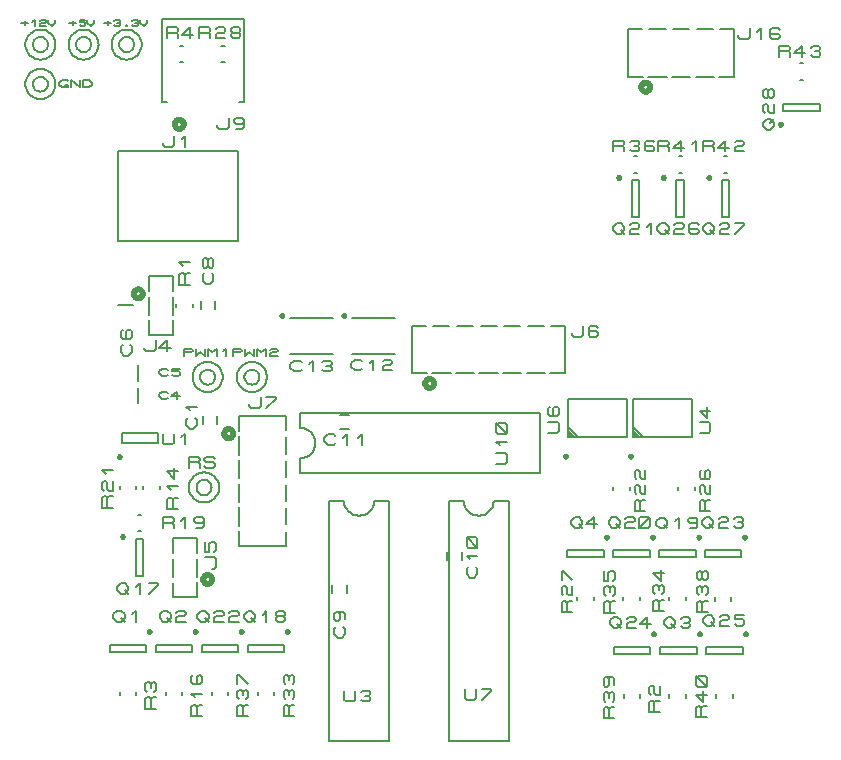
<source format=gbr>
G04 PROTEUS GERBER X2 FILE*
%TF.GenerationSoftware,Labcenter,Proteus,8.12-SP0-Build30713*%
%TF.CreationDate,2021-08-02T22:04:32+00:00*%
%TF.FileFunction,Legend,Top*%
%TF.FilePolarity,Positive*%
%TF.Part,Single*%
%TF.SameCoordinates,{7b106f40-0859-4ec3-be3a-1bfa3638fa75}*%
%FSLAX45Y45*%
%MOMM*%
G01*
%TA.AperFunction,Material*%
%ADD30C,0.203200*%
%ADD31C,0.250000*%
%ADD32C,0.200000*%
%ADD33C,0.100000*%
%ADD34C,0.508000*%
%ADD35C,0.152400*%
%TD.AperFunction*%
D30*
X+2674768Y+1877944D02*
X+2801768Y+1877944D01*
X+2928768Y+1750944D02*
X+2954644Y+1753380D01*
X+2978616Y+1760429D01*
X+3000206Y+1771706D01*
X+3018938Y+1786822D01*
X+3034337Y+1805390D01*
X+3045926Y+1827025D01*
X+3053228Y+1851338D01*
X+3055768Y+1877944D01*
X+2928768Y+1750944D02*
X+2902162Y+1753380D01*
X+2877849Y+1760429D01*
X+2856214Y+1771706D01*
X+2837646Y+1786822D01*
X+2822530Y+1805390D01*
X+2811253Y+1827025D01*
X+2804204Y+1851338D01*
X+2801768Y+1877944D01*
X+3055768Y+1877944D02*
X+3182768Y+1877944D01*
X+2674768Y-154056D02*
X+3182768Y-154056D01*
X+2674768Y+1877944D02*
X+2674768Y-154056D01*
X+3182768Y-154056D02*
X+3182768Y+1877944D01*
X+2801768Y+270024D02*
X+2801768Y+193824D01*
X+2817643Y+178584D01*
X+2881143Y+178584D01*
X+2897018Y+193824D01*
X+2897018Y+270024D01*
X+2944643Y+254784D02*
X+2960518Y+270024D01*
X+3008143Y+270024D01*
X+3024018Y+254784D01*
X+3024018Y+239544D01*
X+3008143Y+224304D01*
X+3024018Y+209064D01*
X+3024018Y+193824D01*
X+3008143Y+178584D01*
X+2960518Y+178584D01*
X+2944643Y+193824D01*
X+2976393Y+224304D02*
X+3008143Y+224304D01*
X+3686768Y+1877944D02*
X+3813768Y+1877944D01*
X+3940768Y+1750944D02*
X+3966644Y+1753380D01*
X+3990616Y+1760429D01*
X+4012206Y+1771706D01*
X+4030938Y+1786822D01*
X+4046337Y+1805390D01*
X+4057926Y+1827025D01*
X+4065228Y+1851338D01*
X+4067768Y+1877944D01*
X+3940768Y+1750944D02*
X+3914162Y+1753380D01*
X+3889849Y+1760429D01*
X+3868214Y+1771706D01*
X+3849646Y+1786822D01*
X+3834530Y+1805390D01*
X+3823253Y+1827025D01*
X+3816204Y+1851338D01*
X+3813768Y+1877944D01*
X+4067768Y+1877944D02*
X+4194768Y+1877944D01*
X+3686768Y-154056D02*
X+4194768Y-154056D01*
X+3686768Y+1877944D02*
X+3686768Y-154056D01*
X+4194768Y-154056D02*
X+4194768Y+1877944D01*
X+3824300Y+279492D02*
X+3824300Y+203292D01*
X+3840175Y+188052D01*
X+3903675Y+188052D01*
X+3919550Y+203292D01*
X+3919550Y+279492D01*
X+3967175Y+279492D02*
X+4046550Y+279492D01*
X+4046550Y+264252D01*
X+3967175Y+188052D01*
D31*
X+1162500Y+770000D02*
X+1162457Y+771039D01*
X+1162105Y+773118D01*
X+1161368Y+775197D01*
X+1160164Y+777276D01*
X+1158323Y+779326D01*
X+1156244Y+780829D01*
X+1154165Y+781786D01*
X+1152086Y+782325D01*
X+1150007Y+782500D01*
X+1150000Y+782500D01*
X+1137500Y+770000D02*
X+1137543Y+771039D01*
X+1137895Y+773118D01*
X+1138632Y+775197D01*
X+1139836Y+777276D01*
X+1141677Y+779326D01*
X+1143756Y+780829D01*
X+1145835Y+781786D01*
X+1147914Y+782325D01*
X+1149993Y+782500D01*
X+1150000Y+782500D01*
X+1137500Y+770000D02*
X+1137543Y+768961D01*
X+1137895Y+766882D01*
X+1138632Y+764803D01*
X+1139836Y+762724D01*
X+1141677Y+760674D01*
X+1143756Y+759171D01*
X+1145835Y+758214D01*
X+1147914Y+757675D01*
X+1149993Y+757500D01*
X+1150000Y+757500D01*
X+1162500Y+770000D02*
X+1162457Y+768961D01*
X+1162105Y+766882D01*
X+1161368Y+764803D01*
X+1160164Y+762724D01*
X+1158323Y+760674D01*
X+1156244Y+759171D01*
X+1154165Y+758214D01*
X+1152086Y+757675D01*
X+1150007Y+757500D01*
X+1150000Y+757500D01*
D32*
X+815000Y+660000D02*
X+815000Y+600000D01*
X+1125000Y+600000D01*
X+1125000Y+660000D01*
X+815000Y+660000D01*
D30*
X+848360Y+915240D02*
X+880110Y+945720D01*
X+911860Y+945720D01*
X+943610Y+915240D01*
X+943610Y+884760D01*
X+911860Y+854280D01*
X+880110Y+854280D01*
X+848360Y+884760D01*
X+848360Y+915240D01*
X+911860Y+884760D02*
X+943610Y+854280D01*
X+1007110Y+915240D02*
X+1038860Y+945720D01*
X+1038860Y+854280D01*
D31*
X+5822500Y+750000D02*
X+5822457Y+751039D01*
X+5822105Y+753118D01*
X+5821368Y+755197D01*
X+5820164Y+757276D01*
X+5818323Y+759326D01*
X+5816244Y+760829D01*
X+5814165Y+761786D01*
X+5812086Y+762325D01*
X+5810007Y+762500D01*
X+5810000Y+762500D01*
X+5797500Y+750000D02*
X+5797543Y+751039D01*
X+5797895Y+753118D01*
X+5798632Y+755197D01*
X+5799836Y+757276D01*
X+5801677Y+759326D01*
X+5803756Y+760829D01*
X+5805835Y+761786D01*
X+5807914Y+762325D01*
X+5809993Y+762500D01*
X+5810000Y+762500D01*
X+5797500Y+750000D02*
X+5797543Y+748961D01*
X+5797895Y+746882D01*
X+5798632Y+744803D01*
X+5799836Y+742724D01*
X+5801677Y+740674D01*
X+5803756Y+739171D01*
X+5805835Y+738214D01*
X+5807914Y+737675D01*
X+5809993Y+737500D01*
X+5810000Y+737500D01*
X+5822500Y+750000D02*
X+5822457Y+748961D01*
X+5822105Y+746882D01*
X+5821368Y+744803D01*
X+5820164Y+742724D01*
X+5818323Y+740674D01*
X+5816244Y+739171D01*
X+5814165Y+738214D01*
X+5812086Y+737675D01*
X+5810007Y+737500D01*
X+5810000Y+737500D01*
D32*
X+5475000Y+640000D02*
X+5475000Y+580000D01*
X+5785000Y+580000D01*
X+5785000Y+640000D01*
X+5475000Y+640000D01*
D30*
X+5508360Y+860240D02*
X+5540110Y+890720D01*
X+5571860Y+890720D01*
X+5603610Y+860240D01*
X+5603610Y+829760D01*
X+5571860Y+799280D01*
X+5540110Y+799280D01*
X+5508360Y+829760D01*
X+5508360Y+860240D01*
X+5571860Y+829760D02*
X+5603610Y+799280D01*
X+5651235Y+875480D02*
X+5667110Y+890720D01*
X+5714735Y+890720D01*
X+5730610Y+875480D01*
X+5730610Y+860240D01*
X+5714735Y+845000D01*
X+5730610Y+829760D01*
X+5730610Y+814520D01*
X+5714735Y+799280D01*
X+5667110Y+799280D01*
X+5651235Y+814520D01*
X+5682985Y+845000D02*
X+5714735Y+845000D01*
D31*
X+5427500Y+1570000D02*
X+5427457Y+1571039D01*
X+5427105Y+1573118D01*
X+5426368Y+1575197D01*
X+5425164Y+1577276D01*
X+5423323Y+1579326D01*
X+5421244Y+1580829D01*
X+5419165Y+1581786D01*
X+5417086Y+1582325D01*
X+5415007Y+1582500D01*
X+5415000Y+1582500D01*
X+5402500Y+1570000D02*
X+5402543Y+1571039D01*
X+5402895Y+1573118D01*
X+5403632Y+1575197D01*
X+5404836Y+1577276D01*
X+5406677Y+1579326D01*
X+5408756Y+1580829D01*
X+5410835Y+1581786D01*
X+5412914Y+1582325D01*
X+5414993Y+1582500D01*
X+5415000Y+1582500D01*
X+5402500Y+1570000D02*
X+5402543Y+1568961D01*
X+5402895Y+1566882D01*
X+5403632Y+1564803D01*
X+5404836Y+1562724D01*
X+5406677Y+1560674D01*
X+5408756Y+1559171D01*
X+5410835Y+1558214D01*
X+5412914Y+1557675D01*
X+5414993Y+1557500D01*
X+5415000Y+1557500D01*
X+5427500Y+1570000D02*
X+5427457Y+1568961D01*
X+5427105Y+1566882D01*
X+5426368Y+1564803D01*
X+5425164Y+1562724D01*
X+5423323Y+1560674D01*
X+5421244Y+1559171D01*
X+5419165Y+1558214D01*
X+5417086Y+1557675D01*
X+5415007Y+1557500D01*
X+5415000Y+1557500D01*
D32*
X+5080000Y+1460000D02*
X+5080000Y+1400000D01*
X+5390000Y+1400000D01*
X+5390000Y+1460000D01*
X+5080000Y+1460000D01*
D30*
X+5039860Y+1710240D02*
X+5071610Y+1740720D01*
X+5103360Y+1740720D01*
X+5135110Y+1710240D01*
X+5135110Y+1679760D01*
X+5103360Y+1649280D01*
X+5071610Y+1649280D01*
X+5039860Y+1679760D01*
X+5039860Y+1710240D01*
X+5103360Y+1679760D02*
X+5135110Y+1649280D01*
X+5182735Y+1725480D02*
X+5198610Y+1740720D01*
X+5246235Y+1740720D01*
X+5262110Y+1725480D01*
X+5262110Y+1710240D01*
X+5246235Y+1695000D01*
X+5198610Y+1695000D01*
X+5182735Y+1679760D01*
X+5182735Y+1649280D01*
X+5262110Y+1649280D01*
X+5293860Y+1664520D02*
X+5293860Y+1725480D01*
X+5309735Y+1740720D01*
X+5373235Y+1740720D01*
X+5389110Y+1725480D01*
X+5389110Y+1664520D01*
X+5373235Y+1649280D01*
X+5309735Y+1649280D01*
X+5293860Y+1664520D01*
X+5293860Y+1649280D02*
X+5389110Y+1740720D01*
D32*
X+5695000Y+210000D02*
X+5695000Y+240000D01*
X+5555000Y+210000D02*
X+5555000Y+240000D01*
D30*
X+5474520Y+90931D02*
X+5383080Y+90931D01*
X+5383080Y+170306D01*
X+5398320Y+186181D01*
X+5413560Y+186181D01*
X+5428800Y+170306D01*
X+5428800Y+90931D01*
X+5428800Y+170306D02*
X+5444040Y+186181D01*
X+5474520Y+186181D01*
X+5398320Y+233806D02*
X+5383080Y+249681D01*
X+5383080Y+297306D01*
X+5398320Y+313181D01*
X+5413560Y+313181D01*
X+5428800Y+297306D01*
X+5428800Y+249681D01*
X+5444040Y+233806D01*
X+5474520Y+233806D01*
X+5474520Y+313181D01*
D32*
X+1040000Y+230000D02*
X+1040000Y+260000D01*
X+900000Y+230000D02*
X+900000Y+260000D01*
D30*
X+1209520Y+118000D02*
X+1118080Y+118000D01*
X+1118080Y+197375D01*
X+1133320Y+213250D01*
X+1148560Y+213250D01*
X+1163800Y+197375D01*
X+1163800Y+118000D01*
X+1163800Y+197375D02*
X+1179040Y+213250D01*
X+1209520Y+213250D01*
X+1133320Y+260875D02*
X+1118080Y+276750D01*
X+1118080Y+324375D01*
X+1133320Y+340250D01*
X+1148560Y+340250D01*
X+1163800Y+324375D01*
X+1179040Y+340250D01*
X+1194280Y+340250D01*
X+1209520Y+324375D01*
X+1209520Y+276750D01*
X+1194280Y+260875D01*
X+1163800Y+292625D02*
X+1163800Y+324375D01*
D32*
X+1430000Y+230000D02*
X+1430000Y+260000D01*
X+1290000Y+230000D02*
X+1290000Y+260000D01*
D30*
X+1599520Y+54500D02*
X+1508080Y+54500D01*
X+1508080Y+133875D01*
X+1523320Y+149750D01*
X+1538560Y+149750D01*
X+1553800Y+133875D01*
X+1553800Y+54500D01*
X+1553800Y+133875D02*
X+1569040Y+149750D01*
X+1599520Y+149750D01*
X+1538560Y+213250D02*
X+1508080Y+245000D01*
X+1599520Y+245000D01*
X+1523320Y+403750D02*
X+1508080Y+387875D01*
X+1508080Y+340250D01*
X+1523320Y+324375D01*
X+1584280Y+324375D01*
X+1599520Y+340250D01*
X+1599520Y+387875D01*
X+1584280Y+403750D01*
X+1569040Y+403750D01*
X+1553800Y+387875D01*
X+1553800Y+324375D01*
D31*
X+910000Y+2250000D02*
X+909957Y+2251039D01*
X+909605Y+2253118D01*
X+908868Y+2255197D01*
X+907664Y+2257276D01*
X+905823Y+2259326D01*
X+903744Y+2260829D01*
X+901665Y+2261786D01*
X+899586Y+2262325D01*
X+897507Y+2262500D01*
X+897500Y+2262500D01*
X+885000Y+2250000D02*
X+885043Y+2251039D01*
X+885395Y+2253118D01*
X+886132Y+2255197D01*
X+887336Y+2257276D01*
X+889177Y+2259326D01*
X+891256Y+2260829D01*
X+893335Y+2261786D01*
X+895414Y+2262325D01*
X+897493Y+2262500D01*
X+897500Y+2262500D01*
X+885000Y+2250000D02*
X+885043Y+2248961D01*
X+885395Y+2246882D01*
X+886132Y+2244803D01*
X+887336Y+2242724D01*
X+889177Y+2240674D01*
X+891256Y+2239171D01*
X+893335Y+2238214D01*
X+895414Y+2237675D01*
X+897493Y+2237500D01*
X+897500Y+2237500D01*
X+910000Y+2250000D02*
X+909957Y+2248961D01*
X+909605Y+2246882D01*
X+908868Y+2244803D01*
X+907664Y+2242724D01*
X+905823Y+2240674D01*
X+903744Y+2239171D01*
X+901665Y+2238214D01*
X+899586Y+2237675D01*
X+897507Y+2237500D01*
X+897500Y+2237500D01*
D32*
X+1222500Y+2370000D02*
X+1222500Y+2450000D01*
X+922500Y+2450000D01*
X+922500Y+2370000D01*
X+1222500Y+2370000D01*
D30*
X+1264300Y+2445720D02*
X+1264300Y+2369520D01*
X+1280175Y+2354280D01*
X+1343675Y+2354280D01*
X+1359550Y+2369520D01*
X+1359550Y+2445720D01*
X+1423050Y+2415240D02*
X+1454800Y+2445720D01*
X+1454800Y+2354280D01*
D32*
X+900000Y+2005000D02*
X+900000Y+1975000D01*
X+1040000Y+2005000D02*
X+1040000Y+1975000D01*
D30*
X+841920Y+1819500D02*
X+750480Y+1819500D01*
X+750480Y+1898875D01*
X+765720Y+1914750D01*
X+780960Y+1914750D01*
X+796200Y+1898875D01*
X+796200Y+1819500D01*
X+796200Y+1898875D02*
X+811440Y+1914750D01*
X+841920Y+1914750D01*
X+765720Y+1962375D02*
X+750480Y+1978250D01*
X+750480Y+2025875D01*
X+765720Y+2041750D01*
X+780960Y+2041750D01*
X+796200Y+2025875D01*
X+796200Y+1978250D01*
X+811440Y+1962375D01*
X+841920Y+1962375D01*
X+841920Y+2041750D01*
X+780960Y+2105250D02*
X+750480Y+2137000D01*
X+841920Y+2137000D01*
D32*
X+1240000Y+1975000D02*
X+1240000Y+2005000D01*
X+1100000Y+1975000D02*
X+1100000Y+2005000D01*
D30*
X+1394520Y+1809500D02*
X+1303080Y+1809500D01*
X+1303080Y+1888875D01*
X+1318320Y+1904750D01*
X+1333560Y+1904750D01*
X+1348800Y+1888875D01*
X+1348800Y+1809500D01*
X+1348800Y+1888875D02*
X+1364040Y+1904750D01*
X+1394520Y+1904750D01*
X+1333560Y+1968250D02*
X+1303080Y+2000000D01*
X+1394520Y+2000000D01*
X+1364040Y+2158750D02*
X+1364040Y+2063500D01*
X+1303080Y+2127000D01*
X+1394520Y+2127000D01*
D32*
X+5692301Y+1035000D02*
X+5692301Y+1065000D01*
X+5552301Y+1035000D02*
X+5552301Y+1065000D01*
D30*
X+5511821Y+944500D02*
X+5420381Y+944500D01*
X+5420381Y+1023875D01*
X+5435621Y+1039750D01*
X+5450861Y+1039750D01*
X+5466101Y+1023875D01*
X+5466101Y+944500D01*
X+5466101Y+1023875D02*
X+5481341Y+1039750D01*
X+5511821Y+1039750D01*
X+5435621Y+1087375D02*
X+5420381Y+1103250D01*
X+5420381Y+1150875D01*
X+5435621Y+1166750D01*
X+5450861Y+1166750D01*
X+5466101Y+1150875D01*
X+5481341Y+1166750D01*
X+5496581Y+1166750D01*
X+5511821Y+1150875D01*
X+5511821Y+1103250D01*
X+5496581Y+1087375D01*
X+5466101Y+1119125D02*
X+5466101Y+1150875D01*
X+5481341Y+1293750D02*
X+5481341Y+1198500D01*
X+5420381Y+1262000D01*
X+5511821Y+1262000D01*
D32*
X+2210000Y+230000D02*
X+2210000Y+260000D01*
X+2070000Y+230000D02*
X+2070000Y+260000D01*
D30*
X+2379520Y+54500D02*
X+2288080Y+54500D01*
X+2288080Y+133875D01*
X+2303320Y+149750D01*
X+2318560Y+149750D01*
X+2333800Y+133875D01*
X+2333800Y+54500D01*
X+2333800Y+133875D02*
X+2349040Y+149750D01*
X+2379520Y+149750D01*
X+2303320Y+197375D02*
X+2288080Y+213250D01*
X+2288080Y+260875D01*
X+2303320Y+276750D01*
X+2318560Y+276750D01*
X+2333800Y+260875D01*
X+2349040Y+276750D01*
X+2364280Y+276750D01*
X+2379520Y+260875D01*
X+2379520Y+213250D01*
X+2364280Y+197375D01*
X+2333800Y+229125D02*
X+2333800Y+260875D01*
X+2303320Y+324375D02*
X+2288080Y+340250D01*
X+2288080Y+387875D01*
X+2303320Y+403750D01*
X+2318560Y+403750D01*
X+2333800Y+387875D01*
X+2349040Y+403750D01*
X+2364280Y+403750D01*
X+2379520Y+387875D01*
X+2379520Y+340250D01*
X+2364280Y+324375D01*
X+2333800Y+356125D02*
X+2333800Y+387875D01*
D32*
X+5305000Y+1034000D02*
X+5305000Y+1064000D01*
X+5165000Y+1034000D02*
X+5165000Y+1064000D01*
D30*
X+5096703Y+930561D02*
X+5005263Y+930561D01*
X+5005263Y+1009936D01*
X+5020503Y+1025811D01*
X+5035743Y+1025811D01*
X+5050983Y+1009936D01*
X+5050983Y+930561D01*
X+5050983Y+1009936D02*
X+5066223Y+1025811D01*
X+5096703Y+1025811D01*
X+5020503Y+1073436D02*
X+5005263Y+1089311D01*
X+5005263Y+1136936D01*
X+5020503Y+1152811D01*
X+5035743Y+1152811D01*
X+5050983Y+1136936D01*
X+5066223Y+1152811D01*
X+5081463Y+1152811D01*
X+5096703Y+1136936D01*
X+5096703Y+1089311D01*
X+5081463Y+1073436D01*
X+5050983Y+1105186D02*
X+5050983Y+1136936D01*
X+5005263Y+1279811D02*
X+5005263Y+1200436D01*
X+5035743Y+1200436D01*
X+5035743Y+1263936D01*
X+5050983Y+1279811D01*
X+5081463Y+1279811D01*
X+5096703Y+1263936D01*
X+5096703Y+1216311D01*
X+5081463Y+1200436D01*
D32*
X+1820000Y+230000D02*
X+1820000Y+260000D01*
X+1680000Y+230000D02*
X+1680000Y+260000D01*
D30*
X+1989520Y+54500D02*
X+1898080Y+54500D01*
X+1898080Y+133875D01*
X+1913320Y+149750D01*
X+1928560Y+149750D01*
X+1943800Y+133875D01*
X+1943800Y+54500D01*
X+1943800Y+133875D02*
X+1959040Y+149750D01*
X+1989520Y+149750D01*
X+1913320Y+197375D02*
X+1898080Y+213250D01*
X+1898080Y+260875D01*
X+1913320Y+276750D01*
X+1928560Y+276750D01*
X+1943800Y+260875D01*
X+1959040Y+276750D01*
X+1974280Y+276750D01*
X+1989520Y+260875D01*
X+1989520Y+213250D01*
X+1974280Y+197375D01*
X+1943800Y+229125D02*
X+1943800Y+260875D01*
X+1898080Y+324375D02*
X+1898080Y+403750D01*
X+1913320Y+403750D01*
X+1989520Y+324375D01*
D32*
X+6080000Y+1030000D02*
X+6080000Y+1060000D01*
X+5940000Y+1030000D02*
X+5940000Y+1060000D01*
D30*
X+5879520Y+934500D02*
X+5788080Y+934500D01*
X+5788080Y+1013875D01*
X+5803320Y+1029750D01*
X+5818560Y+1029750D01*
X+5833800Y+1013875D01*
X+5833800Y+934500D01*
X+5833800Y+1013875D02*
X+5849040Y+1029750D01*
X+5879520Y+1029750D01*
X+5803320Y+1077375D02*
X+5788080Y+1093250D01*
X+5788080Y+1140875D01*
X+5803320Y+1156750D01*
X+5818560Y+1156750D01*
X+5833800Y+1140875D01*
X+5849040Y+1156750D01*
X+5864280Y+1156750D01*
X+5879520Y+1140875D01*
X+5879520Y+1093250D01*
X+5864280Y+1077375D01*
X+5833800Y+1109125D02*
X+5833800Y+1140875D01*
X+5833800Y+1220250D02*
X+5818560Y+1204375D01*
X+5803320Y+1204375D01*
X+5788080Y+1220250D01*
X+5788080Y+1267875D01*
X+5803320Y+1283750D01*
X+5818560Y+1283750D01*
X+5833800Y+1267875D01*
X+5833800Y+1220250D01*
X+5849040Y+1204375D01*
X+5864280Y+1204375D01*
X+5879520Y+1220250D01*
X+5879520Y+1267875D01*
X+5864280Y+1283750D01*
X+5849040Y+1283750D01*
X+5833800Y+1267875D01*
D32*
X+5310000Y+210000D02*
X+5310000Y+240000D01*
X+5170000Y+210000D02*
X+5170000Y+240000D01*
D30*
X+5089520Y+34500D02*
X+4998080Y+34500D01*
X+4998080Y+113875D01*
X+5013320Y+129750D01*
X+5028560Y+129750D01*
X+5043800Y+113875D01*
X+5043800Y+34500D01*
X+5043800Y+113875D02*
X+5059040Y+129750D01*
X+5089520Y+129750D01*
X+5013320Y+177375D02*
X+4998080Y+193250D01*
X+4998080Y+240875D01*
X+5013320Y+256750D01*
X+5028560Y+256750D01*
X+5043800Y+240875D01*
X+5059040Y+256750D01*
X+5074280Y+256750D01*
X+5089520Y+240875D01*
X+5089520Y+193250D01*
X+5074280Y+177375D01*
X+5043800Y+209125D02*
X+5043800Y+240875D01*
X+5028560Y+383750D02*
X+5043800Y+367875D01*
X+5043800Y+320250D01*
X+5028560Y+304375D01*
X+5013320Y+304375D01*
X+4998080Y+320250D01*
X+4998080Y+367875D01*
X+5013320Y+383750D01*
X+5074280Y+383750D01*
X+5089520Y+367875D01*
X+5089520Y+320250D01*
D32*
X+6090000Y+210000D02*
X+6090000Y+240000D01*
X+5950000Y+210000D02*
X+5950000Y+240000D01*
D30*
X+5869520Y+44500D02*
X+5778080Y+44500D01*
X+5778080Y+123875D01*
X+5793320Y+139750D01*
X+5808560Y+139750D01*
X+5823800Y+123875D01*
X+5823800Y+44500D01*
X+5823800Y+123875D02*
X+5839040Y+139750D01*
X+5869520Y+139750D01*
X+5839040Y+266750D02*
X+5839040Y+171500D01*
X+5778080Y+235000D01*
X+5869520Y+235000D01*
X+5854280Y+298500D02*
X+5793320Y+298500D01*
X+5778080Y+314375D01*
X+5778080Y+377875D01*
X+5793320Y+393750D01*
X+5854280Y+393750D01*
X+5869520Y+377875D01*
X+5869520Y+314375D01*
X+5854280Y+298500D01*
X+5869520Y+298500D02*
X+5778080Y+393750D01*
D31*
X+6202500Y+1570000D02*
X+6202457Y+1571039D01*
X+6202105Y+1573118D01*
X+6201368Y+1575197D01*
X+6200164Y+1577276D01*
X+6198323Y+1579326D01*
X+6196244Y+1580829D01*
X+6194165Y+1581786D01*
X+6192086Y+1582325D01*
X+6190007Y+1582500D01*
X+6190000Y+1582500D01*
X+6177500Y+1570000D02*
X+6177543Y+1571039D01*
X+6177895Y+1573118D01*
X+6178632Y+1575197D01*
X+6179836Y+1577276D01*
X+6181677Y+1579326D01*
X+6183756Y+1580829D01*
X+6185835Y+1581786D01*
X+6187914Y+1582325D01*
X+6189993Y+1582500D01*
X+6190000Y+1582500D01*
X+6177500Y+1570000D02*
X+6177543Y+1568961D01*
X+6177895Y+1566882D01*
X+6178632Y+1564803D01*
X+6179836Y+1562724D01*
X+6181677Y+1560674D01*
X+6183756Y+1559171D01*
X+6185835Y+1558214D01*
X+6187914Y+1557675D01*
X+6189993Y+1557500D01*
X+6190000Y+1557500D01*
X+6202500Y+1570000D02*
X+6202457Y+1568961D01*
X+6202105Y+1566882D01*
X+6201368Y+1564803D01*
X+6200164Y+1562724D01*
X+6198323Y+1560674D01*
X+6196244Y+1559171D01*
X+6194165Y+1558214D01*
X+6192086Y+1557675D01*
X+6190007Y+1557500D01*
X+6190000Y+1557500D01*
D32*
X+5855000Y+1460000D02*
X+5855000Y+1400000D01*
X+6165000Y+1400000D01*
X+6165000Y+1460000D01*
X+5855000Y+1460000D01*
D30*
X+5830700Y+1710240D02*
X+5862450Y+1740720D01*
X+5894200Y+1740720D01*
X+5925950Y+1710240D01*
X+5925950Y+1679760D01*
X+5894200Y+1649280D01*
X+5862450Y+1649280D01*
X+5830700Y+1679760D01*
X+5830700Y+1710240D01*
X+5894200Y+1679760D02*
X+5925950Y+1649280D01*
X+5973575Y+1725480D02*
X+5989450Y+1740720D01*
X+6037075Y+1740720D01*
X+6052950Y+1725480D01*
X+6052950Y+1710240D01*
X+6037075Y+1695000D01*
X+5989450Y+1695000D01*
X+5973575Y+1679760D01*
X+5973575Y+1649280D01*
X+6052950Y+1649280D01*
X+6100575Y+1725480D02*
X+6116450Y+1740720D01*
X+6164075Y+1740720D01*
X+6179950Y+1725480D01*
X+6179950Y+1710240D01*
X+6164075Y+1695000D01*
X+6179950Y+1679760D01*
X+6179950Y+1664520D01*
X+6164075Y+1649280D01*
X+6116450Y+1649280D01*
X+6100575Y+1664520D01*
X+6132325Y+1695000D02*
X+6164075Y+1695000D01*
D31*
X+5432500Y+750000D02*
X+5432457Y+751039D01*
X+5432105Y+753118D01*
X+5431368Y+755197D01*
X+5430164Y+757276D01*
X+5428323Y+759326D01*
X+5426244Y+760829D01*
X+5424165Y+761786D01*
X+5422086Y+762325D01*
X+5420007Y+762500D01*
X+5420000Y+762500D01*
X+5407500Y+750000D02*
X+5407543Y+751039D01*
X+5407895Y+753118D01*
X+5408632Y+755197D01*
X+5409836Y+757276D01*
X+5411677Y+759326D01*
X+5413756Y+760829D01*
X+5415835Y+761786D01*
X+5417914Y+762325D01*
X+5419993Y+762500D01*
X+5420000Y+762500D01*
X+5407500Y+750000D02*
X+5407543Y+748961D01*
X+5407895Y+746882D01*
X+5408632Y+744803D01*
X+5409836Y+742724D01*
X+5411677Y+740674D01*
X+5413756Y+739171D01*
X+5415835Y+738214D01*
X+5417914Y+737675D01*
X+5419993Y+737500D01*
X+5420000Y+737500D01*
X+5432500Y+750000D02*
X+5432457Y+748961D01*
X+5432105Y+746882D01*
X+5431368Y+744803D01*
X+5430164Y+742724D01*
X+5428323Y+740674D01*
X+5426244Y+739171D01*
X+5424165Y+738214D01*
X+5422086Y+737675D01*
X+5420007Y+737500D01*
X+5420000Y+737500D01*
D32*
X+5085000Y+640000D02*
X+5085000Y+580000D01*
X+5395000Y+580000D01*
X+5395000Y+640000D01*
X+5085000Y+640000D01*
D30*
X+5050700Y+865240D02*
X+5082450Y+895720D01*
X+5114200Y+895720D01*
X+5145950Y+865240D01*
X+5145950Y+834760D01*
X+5114200Y+804280D01*
X+5082450Y+804280D01*
X+5050700Y+834760D01*
X+5050700Y+865240D01*
X+5114200Y+834760D02*
X+5145950Y+804280D01*
X+5193575Y+880480D02*
X+5209450Y+895720D01*
X+5257075Y+895720D01*
X+5272950Y+880480D01*
X+5272950Y+865240D01*
X+5257075Y+850000D01*
X+5209450Y+850000D01*
X+5193575Y+834760D01*
X+5193575Y+804280D01*
X+5272950Y+804280D01*
X+5399950Y+834760D02*
X+5304700Y+834760D01*
X+5368200Y+895720D01*
X+5368200Y+804280D01*
D31*
X+6212500Y+750000D02*
X+6212457Y+751039D01*
X+6212105Y+753118D01*
X+6211368Y+755197D01*
X+6210164Y+757276D01*
X+6208323Y+759326D01*
X+6206244Y+760829D01*
X+6204165Y+761786D01*
X+6202086Y+762325D01*
X+6200007Y+762500D01*
X+6200000Y+762500D01*
X+6187500Y+750000D02*
X+6187543Y+751039D01*
X+6187895Y+753118D01*
X+6188632Y+755197D01*
X+6189836Y+757276D01*
X+6191677Y+759326D01*
X+6193756Y+760829D01*
X+6195835Y+761786D01*
X+6197914Y+762325D01*
X+6199993Y+762500D01*
X+6200000Y+762500D01*
X+6187500Y+750000D02*
X+6187543Y+748961D01*
X+6187895Y+746882D01*
X+6188632Y+744803D01*
X+6189836Y+742724D01*
X+6191677Y+740674D01*
X+6193756Y+739171D01*
X+6195835Y+738214D01*
X+6197914Y+737675D01*
X+6199993Y+737500D01*
X+6200000Y+737500D01*
X+6212500Y+750000D02*
X+6212457Y+748961D01*
X+6212105Y+746882D01*
X+6211368Y+744803D01*
X+6210164Y+742724D01*
X+6208323Y+740674D01*
X+6206244Y+739171D01*
X+6204165Y+738214D01*
X+6202086Y+737675D01*
X+6200007Y+737500D01*
X+6200000Y+737500D01*
D32*
X+5865000Y+640000D02*
X+5865000Y+580000D01*
X+6175000Y+580000D01*
X+6175000Y+640000D01*
X+5865000Y+640000D01*
D30*
X+5840700Y+880240D02*
X+5872450Y+910720D01*
X+5904200Y+910720D01*
X+5935950Y+880240D01*
X+5935950Y+849760D01*
X+5904200Y+819280D01*
X+5872450Y+819280D01*
X+5840700Y+849760D01*
X+5840700Y+880240D01*
X+5904200Y+849760D02*
X+5935950Y+819280D01*
X+5983575Y+895480D02*
X+5999450Y+910720D01*
X+6047075Y+910720D01*
X+6062950Y+895480D01*
X+6062950Y+880240D01*
X+6047075Y+865000D01*
X+5999450Y+865000D01*
X+5983575Y+849760D01*
X+5983575Y+819280D01*
X+6062950Y+819280D01*
X+6189950Y+910720D02*
X+6110575Y+910720D01*
X+6110575Y+880240D01*
X+6174075Y+880240D01*
X+6189950Y+865000D01*
X+6189950Y+834520D01*
X+6174075Y+819280D01*
X+6126450Y+819280D01*
X+6110575Y+834520D01*
D31*
X+1552500Y+770000D02*
X+1552457Y+771039D01*
X+1552105Y+773118D01*
X+1551368Y+775197D01*
X+1550164Y+777276D01*
X+1548323Y+779326D01*
X+1546244Y+780829D01*
X+1544165Y+781786D01*
X+1542086Y+782325D01*
X+1540007Y+782500D01*
X+1540000Y+782500D01*
X+1527500Y+770000D02*
X+1527543Y+771039D01*
X+1527895Y+773118D01*
X+1528632Y+775197D01*
X+1529836Y+777276D01*
X+1531677Y+779326D01*
X+1533756Y+780829D01*
X+1535835Y+781786D01*
X+1537914Y+782325D01*
X+1539993Y+782500D01*
X+1540000Y+782500D01*
X+1527500Y+770000D02*
X+1527543Y+768961D01*
X+1527895Y+766882D01*
X+1528632Y+764803D01*
X+1529836Y+762724D01*
X+1531677Y+760674D01*
X+1533756Y+759171D01*
X+1535835Y+758214D01*
X+1537914Y+757675D01*
X+1539993Y+757500D01*
X+1540000Y+757500D01*
X+1552500Y+770000D02*
X+1552457Y+768961D01*
X+1552105Y+766882D01*
X+1551368Y+764803D01*
X+1550164Y+762724D01*
X+1548323Y+760674D01*
X+1546244Y+759171D01*
X+1544165Y+758214D01*
X+1542086Y+757675D01*
X+1540007Y+757500D01*
X+1540000Y+757500D01*
D32*
X+1205000Y+660000D02*
X+1205000Y+600000D01*
X+1515000Y+600000D01*
X+1515000Y+660000D01*
X+1205000Y+660000D01*
D30*
X+1239200Y+915240D02*
X+1270950Y+945720D01*
X+1302700Y+945720D01*
X+1334450Y+915240D01*
X+1334450Y+884760D01*
X+1302700Y+854280D01*
X+1270950Y+854280D01*
X+1239200Y+884760D01*
X+1239200Y+915240D01*
X+1302700Y+884760D02*
X+1334450Y+854280D01*
X+1382075Y+930480D02*
X+1397950Y+945720D01*
X+1445575Y+945720D01*
X+1461450Y+930480D01*
X+1461450Y+915240D01*
X+1445575Y+900000D01*
X+1397950Y+900000D01*
X+1382075Y+884760D01*
X+1382075Y+854280D01*
X+1461450Y+854280D01*
D31*
X+5237500Y+2255000D02*
X+5237457Y+2256039D01*
X+5237105Y+2258118D01*
X+5236368Y+2260197D01*
X+5235164Y+2262276D01*
X+5233323Y+2264326D01*
X+5231244Y+2265829D01*
X+5229165Y+2266786D01*
X+5227086Y+2267325D01*
X+5225007Y+2267500D01*
X+5225000Y+2267500D01*
X+5212500Y+2255000D02*
X+5212543Y+2256039D01*
X+5212895Y+2258118D01*
X+5213632Y+2260197D01*
X+5214836Y+2262276D01*
X+5216677Y+2264326D01*
X+5218756Y+2265829D01*
X+5220835Y+2266786D01*
X+5222914Y+2267325D01*
X+5224993Y+2267500D01*
X+5225000Y+2267500D01*
X+5212500Y+2255000D02*
X+5212543Y+2253961D01*
X+5212895Y+2251882D01*
X+5213632Y+2249803D01*
X+5214836Y+2247724D01*
X+5216677Y+2245674D01*
X+5218756Y+2244171D01*
X+5220835Y+2243214D01*
X+5222914Y+2242675D01*
X+5224993Y+2242500D01*
X+5225000Y+2242500D01*
X+5237500Y+2255000D02*
X+5237457Y+2253961D01*
X+5237105Y+2251882D01*
X+5236368Y+2249803D01*
X+5235164Y+2247724D01*
X+5233323Y+2245674D01*
X+5231244Y+2244171D01*
X+5229165Y+2243214D01*
X+5227086Y+2242675D01*
X+5225007Y+2242500D01*
X+5225000Y+2242500D01*
D32*
X+5750000Y+2420000D02*
X+5750000Y+2740000D01*
X+5250000Y+2740000D01*
X+5250000Y+2420000D01*
X+5750000Y+2420000D01*
D33*
X+5260000Y+2420000D02*
X+5250000Y+2430000D01*
X+5270000Y+2420000D02*
X+5250000Y+2440000D01*
X+5280000Y+2420000D02*
X+5250000Y+2450000D01*
X+5290000Y+2420000D02*
X+5250000Y+2460000D01*
X+5300000Y+2420000D02*
X+5250000Y+2470000D01*
X+5310000Y+2420000D02*
X+5250000Y+2480000D01*
X+5320000Y+2420000D02*
X+5250000Y+2490000D01*
X+5330000Y+2420000D02*
X+5250000Y+2500000D01*
X+5340000Y+2420000D02*
X+5250000Y+2510000D01*
D30*
X+5811801Y+2448000D02*
X+5888001Y+2448000D01*
X+5903241Y+2463875D01*
X+5903241Y+2527375D01*
X+5888001Y+2543250D01*
X+5811801Y+2543250D01*
X+5872761Y+2670250D02*
X+5872761Y+2575000D01*
X+5811801Y+2638500D01*
X+5903241Y+2638500D01*
D31*
X+4687500Y+2255000D02*
X+4687457Y+2256039D01*
X+4687105Y+2258118D01*
X+4686368Y+2260197D01*
X+4685164Y+2262276D01*
X+4683323Y+2264326D01*
X+4681244Y+2265829D01*
X+4679165Y+2266786D01*
X+4677086Y+2267325D01*
X+4675007Y+2267500D01*
X+4675000Y+2267500D01*
X+4662500Y+2255000D02*
X+4662543Y+2256039D01*
X+4662895Y+2258118D01*
X+4663632Y+2260197D01*
X+4664836Y+2262276D01*
X+4666677Y+2264326D01*
X+4668756Y+2265829D01*
X+4670835Y+2266786D01*
X+4672914Y+2267325D01*
X+4674993Y+2267500D01*
X+4675000Y+2267500D01*
X+4662500Y+2255000D02*
X+4662543Y+2253961D01*
X+4662895Y+2251882D01*
X+4663632Y+2249803D01*
X+4664836Y+2247724D01*
X+4666677Y+2245674D01*
X+4668756Y+2244171D01*
X+4670835Y+2243214D01*
X+4672914Y+2242675D01*
X+4674993Y+2242500D01*
X+4675000Y+2242500D01*
X+4687500Y+2255000D02*
X+4687457Y+2253961D01*
X+4687105Y+2251882D01*
X+4686368Y+2249803D01*
X+4685164Y+2247724D01*
X+4683323Y+2245674D01*
X+4681244Y+2244171D01*
X+4679165Y+2243214D01*
X+4677086Y+2242675D01*
X+4675007Y+2242500D01*
X+4675000Y+2242500D01*
D32*
X+5200000Y+2420000D02*
X+5200000Y+2740000D01*
X+4700000Y+2740000D01*
X+4700000Y+2420000D01*
X+5200000Y+2420000D01*
D33*
X+4710000Y+2420000D02*
X+4700000Y+2430000D01*
X+4720000Y+2420000D02*
X+4700000Y+2440000D01*
X+4730000Y+2420000D02*
X+4700000Y+2450000D01*
X+4740000Y+2420000D02*
X+4700000Y+2460000D01*
X+4750000Y+2420000D02*
X+4700000Y+2470000D01*
X+4760000Y+2420000D02*
X+4700000Y+2480000D01*
X+4770000Y+2420000D02*
X+4700000Y+2490000D01*
X+4780000Y+2420000D02*
X+4700000Y+2500000D01*
X+4790000Y+2420000D02*
X+4700000Y+2510000D01*
D30*
X+4528080Y+2453000D02*
X+4604280Y+2453000D01*
X+4619520Y+2468875D01*
X+4619520Y+2532375D01*
X+4604280Y+2548250D01*
X+4528080Y+2548250D01*
X+4543320Y+2675250D02*
X+4528080Y+2659375D01*
X+4528080Y+2611750D01*
X+4543320Y+2595875D01*
X+4604280Y+2595875D01*
X+4619520Y+2611750D01*
X+4619520Y+2659375D01*
X+4604280Y+2675250D01*
X+4589040Y+2675250D01*
X+4573800Y+2659375D01*
X+4573800Y+2595875D01*
D34*
X+1443100Y+5064500D02*
X+1442969Y+5067658D01*
X+1441903Y+5073976D01*
X+1439672Y+5080294D01*
X+1436027Y+5086612D01*
X+1430452Y+5092851D01*
X+1424134Y+5097447D01*
X+1417816Y+5100380D01*
X+1411498Y+5102042D01*
X+1405180Y+5102600D01*
X+1405000Y+5102600D01*
X+1366900Y+5064500D02*
X+1367031Y+5067658D01*
X+1368097Y+5073976D01*
X+1370328Y+5080294D01*
X+1373973Y+5086612D01*
X+1379548Y+5092851D01*
X+1385866Y+5097447D01*
X+1392184Y+5100380D01*
X+1398502Y+5102042D01*
X+1404820Y+5102600D01*
X+1405000Y+5102600D01*
X+1366900Y+5064500D02*
X+1367031Y+5061342D01*
X+1368097Y+5055024D01*
X+1370328Y+5048706D01*
X+1373973Y+5042388D01*
X+1379548Y+5036149D01*
X+1385866Y+5031553D01*
X+1392184Y+5028620D01*
X+1398502Y+5026958D01*
X+1404820Y+5026400D01*
X+1405000Y+5026400D01*
X+1443100Y+5064500D02*
X+1442969Y+5061342D01*
X+1441903Y+5055024D01*
X+1439672Y+5048706D01*
X+1436027Y+5042388D01*
X+1430452Y+5036149D01*
X+1424134Y+5031553D01*
X+1417816Y+5028620D01*
X+1411498Y+5026958D01*
X+1405180Y+5026400D01*
X+1405000Y+5026400D01*
D35*
X+1255750Y+5255940D02*
X+1301880Y+5255940D01*
X+1954250Y+5255940D02*
X+1954250Y+5956980D01*
X+1255750Y+5956980D01*
X+1255750Y+5255940D01*
X+1908120Y+5255940D02*
X+1954250Y+5255940D01*
D30*
X+1728000Y+5055560D02*
X+1728000Y+5040320D01*
X+1743875Y+5025080D01*
X+1807375Y+5025080D01*
X+1823250Y+5040320D01*
X+1823250Y+5116520D01*
X+1950250Y+5086040D02*
X+1934375Y+5070800D01*
X+1886750Y+5070800D01*
X+1870875Y+5086040D01*
X+1870875Y+5101280D01*
X+1886750Y+5116520D01*
X+1934375Y+5116520D01*
X+1950250Y+5101280D01*
X+1950250Y+5040320D01*
X+1934375Y+5025080D01*
X+1886750Y+5025080D01*
D32*
X+1760000Y+5590000D02*
X+1790000Y+5590000D01*
X+1760000Y+5730000D02*
X+1790000Y+5730000D01*
D30*
X+1574500Y+5795480D02*
X+1574500Y+5886920D01*
X+1653875Y+5886920D01*
X+1669750Y+5871680D01*
X+1669750Y+5856440D01*
X+1653875Y+5841200D01*
X+1574500Y+5841200D01*
X+1653875Y+5841200D02*
X+1669750Y+5825960D01*
X+1669750Y+5795480D01*
X+1717375Y+5871680D02*
X+1733250Y+5886920D01*
X+1780875Y+5886920D01*
X+1796750Y+5871680D01*
X+1796750Y+5856440D01*
X+1780875Y+5841200D01*
X+1733250Y+5841200D01*
X+1717375Y+5825960D01*
X+1717375Y+5795480D01*
X+1796750Y+5795480D01*
X+1860250Y+5841200D02*
X+1844375Y+5856440D01*
X+1844375Y+5871680D01*
X+1860250Y+5886920D01*
X+1907875Y+5886920D01*
X+1923750Y+5871680D01*
X+1923750Y+5856440D01*
X+1907875Y+5841200D01*
X+1860250Y+5841200D01*
X+1844375Y+5825960D01*
X+1844375Y+5810720D01*
X+1860250Y+5795480D01*
X+1907875Y+5795480D01*
X+1923750Y+5810720D01*
X+1923750Y+5825960D01*
X+1907875Y+5841200D01*
D32*
X+1440000Y+5730000D02*
X+1410000Y+5730000D01*
X+1440000Y+5590000D02*
X+1410000Y+5590000D01*
D30*
X+1303000Y+5793080D02*
X+1303000Y+5884520D01*
X+1382375Y+5884520D01*
X+1398250Y+5869280D01*
X+1398250Y+5854040D01*
X+1382375Y+5838800D01*
X+1303000Y+5838800D01*
X+1382375Y+5838800D02*
X+1398250Y+5823560D01*
X+1398250Y+5793080D01*
X+1525250Y+5823560D02*
X+1430000Y+5823560D01*
X+1493500Y+5884520D01*
X+1493500Y+5793080D01*
D32*
X+1055000Y+1620000D02*
X+1085000Y+1620000D01*
X+1055000Y+1760000D02*
X+1085000Y+1760000D01*
D30*
X+1264500Y+1645480D02*
X+1264500Y+1736920D01*
X+1343875Y+1736920D01*
X+1359750Y+1721680D01*
X+1359750Y+1706440D01*
X+1343875Y+1691200D01*
X+1264500Y+1691200D01*
X+1343875Y+1691200D02*
X+1359750Y+1675960D01*
X+1359750Y+1645480D01*
X+1423250Y+1706440D02*
X+1455000Y+1736920D01*
X+1455000Y+1645480D01*
X+1613750Y+1706440D02*
X+1597875Y+1691200D01*
X+1550250Y+1691200D01*
X+1534375Y+1706440D01*
X+1534375Y+1721680D01*
X+1550250Y+1736920D01*
X+1597875Y+1736920D01*
X+1613750Y+1721680D01*
X+1613750Y+1660720D01*
X+1597875Y+1645480D01*
X+1550250Y+1645480D01*
X+2428768Y+2111944D02*
X+2428768Y+2238944D01*
X+2555768Y+2365944D02*
X+2553332Y+2391820D01*
X+2546283Y+2415792D01*
X+2535006Y+2437382D01*
X+2519890Y+2456114D01*
X+2501322Y+2471513D01*
X+2479687Y+2483102D01*
X+2455374Y+2490404D01*
X+2428768Y+2492944D01*
X+2555768Y+2365944D02*
X+2553332Y+2339338D01*
X+2546283Y+2315025D01*
X+2535006Y+2293390D01*
X+2519890Y+2274822D01*
X+2501322Y+2259706D01*
X+2479687Y+2248429D01*
X+2455374Y+2241380D01*
X+2428768Y+2238944D01*
X+2428768Y+2492944D02*
X+2428768Y+2619944D01*
X+4460768Y+2111944D02*
X+4460768Y+2619944D01*
X+2428768Y+2111944D02*
X+4460768Y+2111944D01*
X+4460768Y+2619944D02*
X+2428768Y+2619944D01*
X+4089841Y+2187584D02*
X+4166041Y+2187584D01*
X+4181281Y+2203459D01*
X+4181281Y+2266959D01*
X+4166041Y+2282834D01*
X+4089841Y+2282834D01*
X+4120321Y+2346334D02*
X+4089841Y+2378084D01*
X+4181281Y+2378084D01*
X+4166041Y+2441584D02*
X+4105081Y+2441584D01*
X+4089841Y+2457459D01*
X+4089841Y+2520959D01*
X+4105081Y+2536834D01*
X+4166041Y+2536834D01*
X+4181281Y+2520959D01*
X+4181281Y+2457459D01*
X+4166041Y+2441584D01*
X+4181281Y+2441584D02*
X+4089841Y+2536834D01*
D32*
X+5630000Y+1995000D02*
X+5630000Y+1965000D01*
X+5770000Y+1995000D02*
X+5770000Y+1965000D01*
D30*
X+5901920Y+1789500D02*
X+5810480Y+1789500D01*
X+5810480Y+1868875D01*
X+5825720Y+1884750D01*
X+5840960Y+1884750D01*
X+5856200Y+1868875D01*
X+5856200Y+1789500D01*
X+5856200Y+1868875D02*
X+5871440Y+1884750D01*
X+5901920Y+1884750D01*
X+5825720Y+1932375D02*
X+5810480Y+1948250D01*
X+5810480Y+1995875D01*
X+5825720Y+2011750D01*
X+5840960Y+2011750D01*
X+5856200Y+1995875D01*
X+5856200Y+1948250D01*
X+5871440Y+1932375D01*
X+5901920Y+1932375D01*
X+5901920Y+2011750D01*
X+5825720Y+2138750D02*
X+5810480Y+2122875D01*
X+5810480Y+2075250D01*
X+5825720Y+2059375D01*
X+5886680Y+2059375D01*
X+5901920Y+2075250D01*
X+5901920Y+2122875D01*
X+5886680Y+2138750D01*
X+5871440Y+2138750D01*
X+5856200Y+2122875D01*
X+5856200Y+2059375D01*
D32*
X+5080000Y+1995000D02*
X+5080000Y+1965000D01*
X+5220000Y+1995000D02*
X+5220000Y+1965000D01*
D30*
X+5351920Y+1789500D02*
X+5260480Y+1789500D01*
X+5260480Y+1868875D01*
X+5275720Y+1884750D01*
X+5290960Y+1884750D01*
X+5306200Y+1868875D01*
X+5306200Y+1789500D01*
X+5306200Y+1868875D02*
X+5321440Y+1884750D01*
X+5351920Y+1884750D01*
X+5275720Y+1932375D02*
X+5260480Y+1948250D01*
X+5260480Y+1995875D01*
X+5275720Y+2011750D01*
X+5290960Y+2011750D01*
X+5306200Y+1995875D01*
X+5306200Y+1948250D01*
X+5321440Y+1932375D01*
X+5351920Y+1932375D01*
X+5351920Y+2011750D01*
X+5275720Y+2059375D02*
X+5260480Y+2075250D01*
X+5260480Y+2122875D01*
X+5275720Y+2138750D01*
X+5290960Y+2138750D01*
X+5306200Y+2122875D01*
X+5306200Y+2075250D01*
X+5321440Y+2059375D01*
X+5351920Y+2059375D01*
X+5351920Y+2138750D01*
X+885620Y+4074000D02*
X+885620Y+4836000D01*
X+1901620Y+4836000D02*
X+1901620Y+4074000D01*
X+885620Y+4074000D02*
X+1901620Y+4074000D01*
X+885620Y+4836000D02*
X+1901620Y+4836000D01*
X+1266620Y+4907120D02*
X+1266620Y+4891880D01*
X+1282495Y+4876640D01*
X+1345995Y+4876640D01*
X+1361870Y+4891880D01*
X+1361870Y+4968080D01*
X+1425370Y+4937600D02*
X+1457120Y+4968080D01*
X+1457120Y+4876640D01*
X+1606348Y+2523604D02*
X+1606348Y+2592184D01*
X+1728268Y+2523604D02*
X+1728268Y+2594724D01*
X+1540468Y+2579874D02*
X+1555708Y+2563999D01*
X+1555708Y+2516374D01*
X+1525228Y+2484624D01*
X+1494748Y+2484624D01*
X+1464268Y+2516374D01*
X+1464268Y+2563999D01*
X+1479508Y+2579874D01*
X+1494748Y+2643374D02*
X+1464268Y+2675124D01*
X+1555708Y+2675124D01*
D32*
X+1060000Y+2835000D02*
X+1060000Y+2705000D01*
D30*
X+1309600Y+2750880D02*
X+1296900Y+2740720D01*
X+1258800Y+2740720D01*
X+1233400Y+2761040D01*
X+1233400Y+2781360D01*
X+1258800Y+2801680D01*
X+1296900Y+2801680D01*
X+1309600Y+2791520D01*
X+1411200Y+2761040D02*
X+1335000Y+2761040D01*
X+1385800Y+2801680D01*
X+1385800Y+2740720D01*
D32*
X+1060000Y+3025000D02*
X+1060000Y+2895000D01*
D30*
X+1309600Y+2945880D02*
X+1296900Y+2935720D01*
X+1258800Y+2935720D01*
X+1233400Y+2956040D01*
X+1233400Y+2976360D01*
X+1258800Y+2996680D01*
X+1296900Y+2996680D01*
X+1309600Y+2986520D01*
X+1411200Y+2996680D02*
X+1347700Y+2996680D01*
X+1347700Y+2976360D01*
X+1398500Y+2976360D01*
X+1411200Y+2966200D01*
X+1411200Y+2945880D01*
X+1398500Y+2935720D01*
X+1360400Y+2935720D01*
X+1347700Y+2945880D01*
D32*
X+1015000Y+3535000D02*
X+885000Y+3535000D01*
D30*
X+986554Y+3200070D02*
X+1001794Y+3184195D01*
X+1001794Y+3136570D01*
X+971314Y+3104820D01*
X+940834Y+3104820D01*
X+910354Y+3136570D01*
X+910354Y+3184195D01*
X+925594Y+3200070D01*
X+925594Y+3327070D02*
X+910354Y+3311195D01*
X+910354Y+3263570D01*
X+925594Y+3247695D01*
X+986554Y+3247695D01*
X+1001794Y+3263570D01*
X+1001794Y+3311195D01*
X+986554Y+3327070D01*
X+971314Y+3327070D01*
X+956074Y+3311195D01*
X+956074Y+3247695D01*
D34*
X+1096656Y+3629056D02*
X+1096525Y+3632214D01*
X+1095459Y+3638532D01*
X+1093228Y+3644850D01*
X+1089583Y+3651168D01*
X+1084008Y+3657407D01*
X+1077690Y+3662003D01*
X+1071372Y+3664936D01*
X+1065054Y+3666598D01*
X+1058736Y+3667156D01*
X+1058556Y+3667156D01*
X+1020456Y+3629056D02*
X+1020587Y+3632214D01*
X+1021653Y+3638532D01*
X+1023884Y+3644850D01*
X+1027529Y+3651168D01*
X+1033104Y+3657407D01*
X+1039422Y+3662003D01*
X+1045740Y+3664936D01*
X+1052058Y+3666598D01*
X+1058376Y+3667156D01*
X+1058556Y+3667156D01*
X+1020456Y+3629056D02*
X+1020587Y+3625898D01*
X+1021653Y+3619580D01*
X+1023884Y+3613262D01*
X+1027529Y+3606944D01*
X+1033104Y+3600705D01*
X+1039422Y+3596109D01*
X+1045740Y+3593176D01*
X+1052058Y+3591514D01*
X+1058376Y+3590956D01*
X+1058556Y+3590956D01*
X+1096656Y+3629056D02*
X+1096525Y+3625898D01*
X+1095459Y+3619580D01*
X+1093228Y+3613262D01*
X+1089583Y+3606944D01*
X+1084008Y+3600705D01*
X+1077690Y+3596109D01*
X+1071372Y+3593176D01*
X+1065054Y+3591514D01*
X+1058736Y+3590956D01*
X+1058556Y+3590956D01*
D35*
X+1148396Y+3777976D02*
X+1148396Y+3651463D01*
X+1148396Y+3280136D02*
X+1349056Y+3280136D01*
X+1349056Y+3403865D01*
X+1349056Y+3777976D02*
X+1148396Y+3777976D01*
X+1148396Y+3406649D02*
X+1148396Y+3280136D01*
X+1349056Y+3454247D02*
X+1349056Y+3603865D01*
X+1349056Y+3654247D02*
X+1349056Y+3777976D01*
X+1148396Y+3606649D02*
X+1148396Y+3451463D01*
D30*
X+1110876Y+3173816D02*
X+1110876Y+3158576D01*
X+1126751Y+3143336D01*
X+1190251Y+3143336D01*
X+1206126Y+3158576D01*
X+1206126Y+3234776D01*
X+1333126Y+3173816D02*
X+1237876Y+3173816D01*
X+1301376Y+3234776D01*
X+1301376Y+3143336D01*
D32*
X+1519056Y+3514056D02*
X+1519056Y+3544056D01*
X+1379056Y+3514056D02*
X+1379056Y+3544056D01*
D30*
X+1498576Y+3707056D02*
X+1407136Y+3707056D01*
X+1407136Y+3786431D01*
X+1422376Y+3802306D01*
X+1437616Y+3802306D01*
X+1452856Y+3786431D01*
X+1452856Y+3707056D01*
X+1452856Y+3786431D02*
X+1468096Y+3802306D01*
X+1498576Y+3802306D01*
X+1437616Y+3865806D02*
X+1407136Y+3897556D01*
X+1498576Y+3897556D01*
X+1707476Y+3568756D02*
X+1707476Y+3500176D01*
X+1585556Y+3568756D02*
X+1585556Y+3497636D01*
X+1679316Y+3803986D02*
X+1694556Y+3788111D01*
X+1694556Y+3740486D01*
X+1664076Y+3708736D01*
X+1633596Y+3708736D01*
X+1603116Y+3740486D01*
X+1603116Y+3788111D01*
X+1618356Y+3803986D01*
X+1648836Y+3867486D02*
X+1633596Y+3851611D01*
X+1618356Y+3851611D01*
X+1603116Y+3867486D01*
X+1603116Y+3915111D01*
X+1618356Y+3930986D01*
X+1633596Y+3930986D01*
X+1648836Y+3915111D01*
X+1648836Y+3867486D01*
X+1664076Y+3851611D01*
X+1679316Y+3851611D01*
X+1694556Y+3867486D01*
X+1694556Y+3915111D01*
X+1679316Y+3930986D01*
X+1664076Y+3930986D01*
X+1648836Y+3915111D01*
D31*
X+1942500Y+770000D02*
X+1942457Y+771039D01*
X+1942105Y+773118D01*
X+1941368Y+775197D01*
X+1940164Y+777276D01*
X+1938323Y+779326D01*
X+1936244Y+780829D01*
X+1934165Y+781786D01*
X+1932086Y+782325D01*
X+1930007Y+782500D01*
X+1930000Y+782500D01*
X+1917500Y+770000D02*
X+1917543Y+771039D01*
X+1917895Y+773118D01*
X+1918632Y+775197D01*
X+1919836Y+777276D01*
X+1921677Y+779326D01*
X+1923756Y+780829D01*
X+1925835Y+781786D01*
X+1927914Y+782325D01*
X+1929993Y+782500D01*
X+1930000Y+782500D01*
X+1917500Y+770000D02*
X+1917543Y+768961D01*
X+1917895Y+766882D01*
X+1918632Y+764803D01*
X+1919836Y+762724D01*
X+1921677Y+760674D01*
X+1923756Y+759171D01*
X+1925835Y+758214D01*
X+1927914Y+757675D01*
X+1929993Y+757500D01*
X+1930000Y+757500D01*
X+1942500Y+770000D02*
X+1942457Y+768961D01*
X+1942105Y+766882D01*
X+1941368Y+764803D01*
X+1940164Y+762724D01*
X+1938323Y+760674D01*
X+1936244Y+759171D01*
X+1934165Y+758214D01*
X+1932086Y+757675D01*
X+1930007Y+757500D01*
X+1930000Y+757500D01*
D32*
X+1595000Y+660000D02*
X+1595000Y+600000D01*
X+1905000Y+600000D01*
X+1905000Y+660000D01*
X+1595000Y+660000D01*
D30*
X+1558200Y+912740D02*
X+1589950Y+943220D01*
X+1621700Y+943220D01*
X+1653450Y+912740D01*
X+1653450Y+882260D01*
X+1621700Y+851780D01*
X+1589950Y+851780D01*
X+1558200Y+882260D01*
X+1558200Y+912740D01*
X+1621700Y+882260D02*
X+1653450Y+851780D01*
X+1701075Y+927980D02*
X+1716950Y+943220D01*
X+1764575Y+943220D01*
X+1780450Y+927980D01*
X+1780450Y+912740D01*
X+1764575Y+897500D01*
X+1716950Y+897500D01*
X+1701075Y+882260D01*
X+1701075Y+851780D01*
X+1780450Y+851780D01*
X+1828075Y+927980D02*
X+1843950Y+943220D01*
X+1891575Y+943220D01*
X+1907450Y+927980D01*
X+1907450Y+912740D01*
X+1891575Y+897500D01*
X+1843950Y+897500D01*
X+1828075Y+882260D01*
X+1828075Y+851780D01*
X+1907450Y+851780D01*
D31*
X+2332500Y+770000D02*
X+2332457Y+771039D01*
X+2332105Y+773118D01*
X+2331368Y+775197D01*
X+2330164Y+777276D01*
X+2328323Y+779326D01*
X+2326244Y+780829D01*
X+2324165Y+781786D01*
X+2322086Y+782325D01*
X+2320007Y+782500D01*
X+2320000Y+782500D01*
X+2307500Y+770000D02*
X+2307543Y+771039D01*
X+2307895Y+773118D01*
X+2308632Y+775197D01*
X+2309836Y+777276D01*
X+2311677Y+779326D01*
X+2313756Y+780829D01*
X+2315835Y+781786D01*
X+2317914Y+782325D01*
X+2319993Y+782500D01*
X+2320000Y+782500D01*
X+2307500Y+770000D02*
X+2307543Y+768961D01*
X+2307895Y+766882D01*
X+2308632Y+764803D01*
X+2309836Y+762724D01*
X+2311677Y+760674D01*
X+2313756Y+759171D01*
X+2315835Y+758214D01*
X+2317914Y+757675D01*
X+2319993Y+757500D01*
X+2320000Y+757500D01*
X+2332500Y+770000D02*
X+2332457Y+768961D01*
X+2332105Y+766882D01*
X+2331368Y+764803D01*
X+2330164Y+762724D01*
X+2328323Y+760674D01*
X+2326244Y+759171D01*
X+2324165Y+758214D01*
X+2322086Y+757675D01*
X+2320007Y+757500D01*
X+2320000Y+757500D01*
D32*
X+1985000Y+660000D02*
X+1985000Y+600000D01*
X+2295000Y+600000D01*
X+2295000Y+660000D01*
X+1985000Y+660000D01*
D30*
X+1953200Y+912740D02*
X+1984950Y+943220D01*
X+2016700Y+943220D01*
X+2048450Y+912740D01*
X+2048450Y+882260D01*
X+2016700Y+851780D01*
X+1984950Y+851780D01*
X+1953200Y+882260D01*
X+1953200Y+912740D01*
X+2016700Y+882260D02*
X+2048450Y+851780D01*
X+2111950Y+912740D02*
X+2143700Y+943220D01*
X+2143700Y+851780D01*
X+2238950Y+897500D02*
X+2223075Y+912740D01*
X+2223075Y+927980D01*
X+2238950Y+943220D01*
X+2286575Y+943220D01*
X+2302450Y+927980D01*
X+2302450Y+912740D01*
X+2286575Y+897500D01*
X+2238950Y+897500D01*
X+2223075Y+882260D01*
X+2223075Y+867020D01*
X+2238950Y+851780D01*
X+2286575Y+851780D01*
X+2302450Y+867020D01*
X+2302450Y+882260D01*
X+2286575Y+897500D01*
D31*
X+5037500Y+1570000D02*
X+5037457Y+1571039D01*
X+5037105Y+1573118D01*
X+5036368Y+1575197D01*
X+5035164Y+1577276D01*
X+5033323Y+1579326D01*
X+5031244Y+1580829D01*
X+5029165Y+1581786D01*
X+5027086Y+1582325D01*
X+5025007Y+1582500D01*
X+5025000Y+1582500D01*
X+5012500Y+1570000D02*
X+5012543Y+1571039D01*
X+5012895Y+1573118D01*
X+5013632Y+1575197D01*
X+5014836Y+1577276D01*
X+5016677Y+1579326D01*
X+5018756Y+1580829D01*
X+5020835Y+1581786D01*
X+5022914Y+1582325D01*
X+5024993Y+1582500D01*
X+5025000Y+1582500D01*
X+5012500Y+1570000D02*
X+5012543Y+1568961D01*
X+5012895Y+1566882D01*
X+5013632Y+1564803D01*
X+5014836Y+1562724D01*
X+5016677Y+1560674D01*
X+5018756Y+1559171D01*
X+5020835Y+1558214D01*
X+5022914Y+1557675D01*
X+5024993Y+1557500D01*
X+5025000Y+1557500D01*
X+5037500Y+1570000D02*
X+5037457Y+1568961D01*
X+5037105Y+1566882D01*
X+5036368Y+1564803D01*
X+5035164Y+1562724D01*
X+5033323Y+1560674D01*
X+5031244Y+1559171D01*
X+5029165Y+1558214D01*
X+5027086Y+1557675D01*
X+5025007Y+1557500D01*
X+5025000Y+1557500D01*
D32*
X+4690000Y+1460000D02*
X+4690000Y+1400000D01*
X+5000000Y+1400000D01*
X+5000000Y+1460000D01*
X+4690000Y+1460000D01*
D30*
X+4724200Y+1710240D02*
X+4755950Y+1740720D01*
X+4787700Y+1740720D01*
X+4819450Y+1710240D01*
X+4819450Y+1679760D01*
X+4787700Y+1649280D01*
X+4755950Y+1649280D01*
X+4724200Y+1679760D01*
X+4724200Y+1710240D01*
X+4787700Y+1679760D02*
X+4819450Y+1649280D01*
X+4946450Y+1679760D02*
X+4851200Y+1679760D01*
X+4914700Y+1740720D01*
X+4914700Y+1649280D01*
D32*
X+4915000Y+1035000D02*
X+4915000Y+1065000D01*
X+4775000Y+1035000D02*
X+4775000Y+1065000D01*
D30*
X+4734520Y+933221D02*
X+4643080Y+933221D01*
X+4643080Y+1012596D01*
X+4658320Y+1028471D01*
X+4673560Y+1028471D01*
X+4688800Y+1012596D01*
X+4688800Y+933221D01*
X+4688800Y+1012596D02*
X+4704040Y+1028471D01*
X+4734520Y+1028471D01*
X+4658320Y+1076096D02*
X+4643080Y+1091971D01*
X+4643080Y+1139596D01*
X+4658320Y+1155471D01*
X+4673560Y+1155471D01*
X+4688800Y+1139596D01*
X+4688800Y+1091971D01*
X+4704040Y+1076096D01*
X+4734520Y+1076096D01*
X+4734520Y+1155471D01*
X+4643080Y+1203096D02*
X+4643080Y+1282471D01*
X+4658320Y+1282471D01*
X+4734520Y+1203096D01*
D31*
X+5817500Y+1570000D02*
X+5817457Y+1571039D01*
X+5817105Y+1573118D01*
X+5816368Y+1575197D01*
X+5815164Y+1577276D01*
X+5813323Y+1579326D01*
X+5811244Y+1580829D01*
X+5809165Y+1581786D01*
X+5807086Y+1582325D01*
X+5805007Y+1582500D01*
X+5805000Y+1582500D01*
X+5792500Y+1570000D02*
X+5792543Y+1571039D01*
X+5792895Y+1573118D01*
X+5793632Y+1575197D01*
X+5794836Y+1577276D01*
X+5796677Y+1579326D01*
X+5798756Y+1580829D01*
X+5800835Y+1581786D01*
X+5802914Y+1582325D01*
X+5804993Y+1582500D01*
X+5805000Y+1582500D01*
X+5792500Y+1570000D02*
X+5792543Y+1568961D01*
X+5792895Y+1566882D01*
X+5793632Y+1564803D01*
X+5794836Y+1562724D01*
X+5796677Y+1560674D01*
X+5798756Y+1559171D01*
X+5800835Y+1558214D01*
X+5802914Y+1557675D01*
X+5804993Y+1557500D01*
X+5805000Y+1557500D01*
X+5817500Y+1570000D02*
X+5817457Y+1568961D01*
X+5817105Y+1566882D01*
X+5816368Y+1564803D01*
X+5815164Y+1562724D01*
X+5813323Y+1560674D01*
X+5811244Y+1559171D01*
X+5809165Y+1558214D01*
X+5807086Y+1557675D01*
X+5805007Y+1557500D01*
X+5805000Y+1557500D01*
D32*
X+5470000Y+1460000D02*
X+5470000Y+1400000D01*
X+5780000Y+1400000D01*
X+5780000Y+1460000D01*
X+5470000Y+1460000D01*
D30*
X+5443879Y+1704399D02*
X+5475629Y+1734879D01*
X+5507379Y+1734879D01*
X+5539129Y+1704399D01*
X+5539129Y+1673919D01*
X+5507379Y+1643439D01*
X+5475629Y+1643439D01*
X+5443879Y+1673919D01*
X+5443879Y+1704399D01*
X+5507379Y+1673919D02*
X+5539129Y+1643439D01*
X+5602629Y+1704399D02*
X+5634379Y+1734879D01*
X+5634379Y+1643439D01*
X+5793129Y+1704399D02*
X+5777254Y+1689159D01*
X+5729629Y+1689159D01*
X+5713754Y+1704399D01*
X+5713754Y+1719639D01*
X+5729629Y+1734879D01*
X+5777254Y+1734879D01*
X+5793129Y+1719639D01*
X+5793129Y+1658679D01*
X+5777254Y+1643439D01*
X+5729629Y+1643439D01*
D31*
X+937500Y+1575000D02*
X+937457Y+1576039D01*
X+937105Y+1578118D01*
X+936368Y+1580197D01*
X+935164Y+1582276D01*
X+933323Y+1584326D01*
X+931244Y+1585829D01*
X+929165Y+1586786D01*
X+927086Y+1587325D01*
X+925007Y+1587500D01*
X+925000Y+1587500D01*
X+912500Y+1575000D02*
X+912543Y+1576039D01*
X+912895Y+1578118D01*
X+913632Y+1580197D01*
X+914836Y+1582276D01*
X+916677Y+1584326D01*
X+918756Y+1585829D01*
X+920835Y+1586786D01*
X+922914Y+1587325D01*
X+924993Y+1587500D01*
X+925000Y+1587500D01*
X+912500Y+1575000D02*
X+912543Y+1573961D01*
X+912895Y+1571882D01*
X+913632Y+1569803D01*
X+914836Y+1567724D01*
X+916677Y+1565674D01*
X+918756Y+1564171D01*
X+920835Y+1563214D01*
X+922914Y+1562675D01*
X+924993Y+1562500D01*
X+925000Y+1562500D01*
X+937500Y+1575000D02*
X+937457Y+1573961D01*
X+937105Y+1571882D01*
X+936368Y+1569803D01*
X+935164Y+1567724D01*
X+933323Y+1565674D01*
X+931244Y+1564171D01*
X+929165Y+1563214D01*
X+927086Y+1562675D01*
X+925007Y+1562500D01*
X+925000Y+1562500D01*
D32*
X+1035000Y+1240000D02*
X+1095000Y+1240000D01*
X+1095000Y+1550000D01*
X+1035000Y+1550000D01*
X+1035000Y+1240000D01*
D30*
X+879500Y+1151440D02*
X+911250Y+1181920D01*
X+943000Y+1181920D01*
X+974750Y+1151440D01*
X+974750Y+1120960D01*
X+943000Y+1090480D01*
X+911250Y+1090480D01*
X+879500Y+1120960D01*
X+879500Y+1151440D01*
X+943000Y+1120960D02*
X+974750Y+1090480D01*
X+1038250Y+1151440D02*
X+1070000Y+1181920D01*
X+1070000Y+1090480D01*
X+1149375Y+1181920D02*
X+1228750Y+1181920D01*
X+1228750Y+1166680D01*
X+1149375Y+1090480D01*
D32*
X+5255000Y+4655000D02*
X+5285000Y+4655000D01*
X+5255000Y+4795000D02*
X+5285000Y+4795000D01*
D30*
X+5079500Y+4835480D02*
X+5079500Y+4926920D01*
X+5158875Y+4926920D01*
X+5174750Y+4911680D01*
X+5174750Y+4896440D01*
X+5158875Y+4881200D01*
X+5079500Y+4881200D01*
X+5158875Y+4881200D02*
X+5174750Y+4865960D01*
X+5174750Y+4835480D01*
X+5222375Y+4911680D02*
X+5238250Y+4926920D01*
X+5285875Y+4926920D01*
X+5301750Y+4911680D01*
X+5301750Y+4896440D01*
X+5285875Y+4881200D01*
X+5301750Y+4865960D01*
X+5301750Y+4850720D01*
X+5285875Y+4835480D01*
X+5238250Y+4835480D01*
X+5222375Y+4850720D01*
X+5254125Y+4881200D02*
X+5285875Y+4881200D01*
X+5428750Y+4911680D02*
X+5412875Y+4926920D01*
X+5365250Y+4926920D01*
X+5349375Y+4911680D01*
X+5349375Y+4850720D01*
X+5365250Y+4835480D01*
X+5412875Y+4835480D01*
X+5428750Y+4850720D01*
X+5428750Y+4865960D01*
X+5412875Y+4881200D01*
X+5349375Y+4881200D01*
D31*
X+5137500Y+4615000D02*
X+5137457Y+4616039D01*
X+5137105Y+4618118D01*
X+5136368Y+4620197D01*
X+5135164Y+4622276D01*
X+5133323Y+4624326D01*
X+5131244Y+4625829D01*
X+5129165Y+4626786D01*
X+5127086Y+4627325D01*
X+5125007Y+4627500D01*
X+5125000Y+4627500D01*
X+5112500Y+4615000D02*
X+5112543Y+4616039D01*
X+5112895Y+4618118D01*
X+5113632Y+4620197D01*
X+5114836Y+4622276D01*
X+5116677Y+4624326D01*
X+5118756Y+4625829D01*
X+5120835Y+4626786D01*
X+5122914Y+4627325D01*
X+5124993Y+4627500D01*
X+5125000Y+4627500D01*
X+5112500Y+4615000D02*
X+5112543Y+4613961D01*
X+5112895Y+4611882D01*
X+5113632Y+4609803D01*
X+5114836Y+4607724D01*
X+5116677Y+4605674D01*
X+5118756Y+4604171D01*
X+5120835Y+4603214D01*
X+5122914Y+4602675D01*
X+5124993Y+4602500D01*
X+5125000Y+4602500D01*
X+5137500Y+4615000D02*
X+5137457Y+4613961D01*
X+5137105Y+4611882D01*
X+5136368Y+4609803D01*
X+5135164Y+4607724D01*
X+5133323Y+4605674D01*
X+5131244Y+4604171D01*
X+5129165Y+4603214D01*
X+5127086Y+4602675D01*
X+5125007Y+4602500D01*
X+5125000Y+4602500D01*
D32*
X+5235000Y+4280000D02*
X+5295000Y+4280000D01*
X+5295000Y+4590000D01*
X+5235000Y+4590000D01*
X+5235000Y+4280000D01*
D30*
X+5079500Y+4196440D02*
X+5111250Y+4226920D01*
X+5143000Y+4226920D01*
X+5174750Y+4196440D01*
X+5174750Y+4165960D01*
X+5143000Y+4135480D01*
X+5111250Y+4135480D01*
X+5079500Y+4165960D01*
X+5079500Y+4196440D01*
X+5143000Y+4165960D02*
X+5174750Y+4135480D01*
X+5222375Y+4211680D02*
X+5238250Y+4226920D01*
X+5285875Y+4226920D01*
X+5301750Y+4211680D01*
X+5301750Y+4196440D01*
X+5285875Y+4181200D01*
X+5238250Y+4181200D01*
X+5222375Y+4165960D01*
X+5222375Y+4135480D01*
X+5301750Y+4135480D01*
X+5365250Y+4196440D02*
X+5397000Y+4226920D01*
X+5397000Y+4135480D01*
D31*
X+5517500Y+4615000D02*
X+5517457Y+4616039D01*
X+5517105Y+4618118D01*
X+5516368Y+4620197D01*
X+5515164Y+4622276D01*
X+5513323Y+4624326D01*
X+5511244Y+4625829D01*
X+5509165Y+4626786D01*
X+5507086Y+4627325D01*
X+5505007Y+4627500D01*
X+5505000Y+4627500D01*
X+5492500Y+4615000D02*
X+5492543Y+4616039D01*
X+5492895Y+4618118D01*
X+5493632Y+4620197D01*
X+5494836Y+4622276D01*
X+5496677Y+4624326D01*
X+5498756Y+4625829D01*
X+5500835Y+4626786D01*
X+5502914Y+4627325D01*
X+5504993Y+4627500D01*
X+5505000Y+4627500D01*
X+5492500Y+4615000D02*
X+5492543Y+4613961D01*
X+5492895Y+4611882D01*
X+5493632Y+4609803D01*
X+5494836Y+4607724D01*
X+5496677Y+4605674D01*
X+5498756Y+4604171D01*
X+5500835Y+4603214D01*
X+5502914Y+4602675D01*
X+5504993Y+4602500D01*
X+5505000Y+4602500D01*
X+5517500Y+4615000D02*
X+5517457Y+4613961D01*
X+5517105Y+4611882D01*
X+5516368Y+4609803D01*
X+5515164Y+4607724D01*
X+5513323Y+4605674D01*
X+5511244Y+4604171D01*
X+5509165Y+4603214D01*
X+5507086Y+4602675D01*
X+5505007Y+4602500D01*
X+5505000Y+4602500D01*
D32*
X+5615000Y+4280000D02*
X+5675000Y+4280000D01*
X+5675000Y+4590000D01*
X+5615000Y+4590000D01*
X+5615000Y+4280000D01*
D30*
X+5454500Y+4196440D02*
X+5486250Y+4226920D01*
X+5518000Y+4226920D01*
X+5549750Y+4196440D01*
X+5549750Y+4165960D01*
X+5518000Y+4135480D01*
X+5486250Y+4135480D01*
X+5454500Y+4165960D01*
X+5454500Y+4196440D01*
X+5518000Y+4165960D02*
X+5549750Y+4135480D01*
X+5597375Y+4211680D02*
X+5613250Y+4226920D01*
X+5660875Y+4226920D01*
X+5676750Y+4211680D01*
X+5676750Y+4196440D01*
X+5660875Y+4181200D01*
X+5613250Y+4181200D01*
X+5597375Y+4165960D01*
X+5597375Y+4135480D01*
X+5676750Y+4135480D01*
X+5803750Y+4211680D02*
X+5787875Y+4226920D01*
X+5740250Y+4226920D01*
X+5724375Y+4211680D01*
X+5724375Y+4150720D01*
X+5740250Y+4135480D01*
X+5787875Y+4135480D01*
X+5803750Y+4150720D01*
X+5803750Y+4165960D01*
X+5787875Y+4181200D01*
X+5724375Y+4181200D01*
D31*
X+5902500Y+4615000D02*
X+5902457Y+4616039D01*
X+5902105Y+4618118D01*
X+5901368Y+4620197D01*
X+5900164Y+4622276D01*
X+5898323Y+4624326D01*
X+5896244Y+4625829D01*
X+5894165Y+4626786D01*
X+5892086Y+4627325D01*
X+5890007Y+4627500D01*
X+5890000Y+4627500D01*
X+5877500Y+4615000D02*
X+5877543Y+4616039D01*
X+5877895Y+4618118D01*
X+5878632Y+4620197D01*
X+5879836Y+4622276D01*
X+5881677Y+4624326D01*
X+5883756Y+4625829D01*
X+5885835Y+4626786D01*
X+5887914Y+4627325D01*
X+5889993Y+4627500D01*
X+5890000Y+4627500D01*
X+5877500Y+4615000D02*
X+5877543Y+4613961D01*
X+5877895Y+4611882D01*
X+5878632Y+4609803D01*
X+5879836Y+4607724D01*
X+5881677Y+4605674D01*
X+5883756Y+4604171D01*
X+5885835Y+4603214D01*
X+5887914Y+4602675D01*
X+5889993Y+4602500D01*
X+5890000Y+4602500D01*
X+5902500Y+4615000D02*
X+5902457Y+4613961D01*
X+5902105Y+4611882D01*
X+5901368Y+4609803D01*
X+5900164Y+4607724D01*
X+5898323Y+4605674D01*
X+5896244Y+4604171D01*
X+5894165Y+4603214D01*
X+5892086Y+4602675D01*
X+5890007Y+4602500D01*
X+5890000Y+4602500D01*
D32*
X+6000000Y+4280000D02*
X+6060000Y+4280000D01*
X+6060000Y+4590000D01*
X+6000000Y+4590000D01*
X+6000000Y+4280000D01*
D30*
X+5839500Y+4196440D02*
X+5871250Y+4226920D01*
X+5903000Y+4226920D01*
X+5934750Y+4196440D01*
X+5934750Y+4165960D01*
X+5903000Y+4135480D01*
X+5871250Y+4135480D01*
X+5839500Y+4165960D01*
X+5839500Y+4196440D01*
X+5903000Y+4165960D02*
X+5934750Y+4135480D01*
X+5982375Y+4211680D02*
X+5998250Y+4226920D01*
X+6045875Y+4226920D01*
X+6061750Y+4211680D01*
X+6061750Y+4196440D01*
X+6045875Y+4181200D01*
X+5998250Y+4181200D01*
X+5982375Y+4165960D01*
X+5982375Y+4135480D01*
X+6061750Y+4135480D01*
X+6109375Y+4226920D02*
X+6188750Y+4226920D01*
X+6188750Y+4211680D01*
X+6109375Y+4135480D01*
D31*
X+6507500Y+5065000D02*
X+6507457Y+5066039D01*
X+6507105Y+5068118D01*
X+6506368Y+5070197D01*
X+6505164Y+5072276D01*
X+6503323Y+5074326D01*
X+6501244Y+5075829D01*
X+6499165Y+5076786D01*
X+6497086Y+5077325D01*
X+6495007Y+5077500D01*
X+6495000Y+5077500D01*
X+6482500Y+5065000D02*
X+6482543Y+5066039D01*
X+6482895Y+5068118D01*
X+6483632Y+5070197D01*
X+6484836Y+5072276D01*
X+6486677Y+5074326D01*
X+6488756Y+5075829D01*
X+6490835Y+5076786D01*
X+6492914Y+5077325D01*
X+6494993Y+5077500D01*
X+6495000Y+5077500D01*
X+6482500Y+5065000D02*
X+6482543Y+5063961D01*
X+6482895Y+5061882D01*
X+6483632Y+5059803D01*
X+6484836Y+5057724D01*
X+6486677Y+5055674D01*
X+6488756Y+5054171D01*
X+6490835Y+5053214D01*
X+6492914Y+5052675D01*
X+6494993Y+5052500D01*
X+6495000Y+5052500D01*
X+6507500Y+5065000D02*
X+6507457Y+5063961D01*
X+6507105Y+5061882D01*
X+6506368Y+5059803D01*
X+6505164Y+5057724D01*
X+6503323Y+5055674D01*
X+6501244Y+5054171D01*
X+6499165Y+5053214D01*
X+6497086Y+5052675D01*
X+6495007Y+5052500D01*
X+6495000Y+5052500D01*
D32*
X+6830000Y+5175000D02*
X+6830000Y+5235000D01*
X+6520000Y+5235000D01*
X+6520000Y+5175000D01*
X+6830000Y+5175000D01*
D30*
X+6378560Y+5014500D02*
X+6348080Y+5046250D01*
X+6348080Y+5078000D01*
X+6378560Y+5109750D01*
X+6409040Y+5109750D01*
X+6439520Y+5078000D01*
X+6439520Y+5046250D01*
X+6409040Y+5014500D01*
X+6378560Y+5014500D01*
X+6409040Y+5078000D02*
X+6439520Y+5109750D01*
X+6363320Y+5157375D02*
X+6348080Y+5173250D01*
X+6348080Y+5220875D01*
X+6363320Y+5236750D01*
X+6378560Y+5236750D01*
X+6393800Y+5220875D01*
X+6393800Y+5173250D01*
X+6409040Y+5157375D01*
X+6439520Y+5157375D01*
X+6439520Y+5236750D01*
X+6393800Y+5300250D02*
X+6378560Y+5284375D01*
X+6363320Y+5284375D01*
X+6348080Y+5300250D01*
X+6348080Y+5347875D01*
X+6363320Y+5363750D01*
X+6378560Y+5363750D01*
X+6393800Y+5347875D01*
X+6393800Y+5300250D01*
X+6409040Y+5284375D01*
X+6424280Y+5284375D01*
X+6439520Y+5300250D01*
X+6439520Y+5347875D01*
X+6424280Y+5363750D01*
X+6409040Y+5363750D01*
X+6393800Y+5347875D01*
D32*
X+5635000Y+4655000D02*
X+5665000Y+4655000D01*
X+5635000Y+4795000D02*
X+5665000Y+4795000D01*
D30*
X+5459500Y+4835480D02*
X+5459500Y+4926920D01*
X+5538875Y+4926920D01*
X+5554750Y+4911680D01*
X+5554750Y+4896440D01*
X+5538875Y+4881200D01*
X+5459500Y+4881200D01*
X+5538875Y+4881200D02*
X+5554750Y+4865960D01*
X+5554750Y+4835480D01*
X+5681750Y+4865960D02*
X+5586500Y+4865960D01*
X+5650000Y+4926920D01*
X+5650000Y+4835480D01*
X+5745250Y+4896440D02*
X+5777000Y+4926920D01*
X+5777000Y+4835480D01*
D32*
X+6015000Y+4655000D02*
X+6045000Y+4655000D01*
X+6015000Y+4795000D02*
X+6045000Y+4795000D01*
D30*
X+5839500Y+4835480D02*
X+5839500Y+4926920D01*
X+5918875Y+4926920D01*
X+5934750Y+4911680D01*
X+5934750Y+4896440D01*
X+5918875Y+4881200D01*
X+5839500Y+4881200D01*
X+5918875Y+4881200D02*
X+5934750Y+4865960D01*
X+5934750Y+4835480D01*
X+6061750Y+4865960D02*
X+5966500Y+4865960D01*
X+6030000Y+4926920D01*
X+6030000Y+4835480D01*
X+6109375Y+4911680D02*
X+6125250Y+4926920D01*
X+6172875Y+4926920D01*
X+6188750Y+4911680D01*
X+6188750Y+4896440D01*
X+6172875Y+4881200D01*
X+6125250Y+4881200D01*
X+6109375Y+4865960D01*
X+6109375Y+4835480D01*
X+6188750Y+4835480D01*
D32*
X+6690000Y+5580000D02*
X+6660000Y+5580000D01*
X+6690000Y+5440000D02*
X+6660000Y+5440000D01*
D30*
X+6484500Y+5638080D02*
X+6484500Y+5729520D01*
X+6563875Y+5729520D01*
X+6579750Y+5714280D01*
X+6579750Y+5699040D01*
X+6563875Y+5683800D01*
X+6484500Y+5683800D01*
X+6563875Y+5683800D02*
X+6579750Y+5668560D01*
X+6579750Y+5638080D01*
X+6706750Y+5668560D02*
X+6611500Y+5668560D01*
X+6675000Y+5729520D01*
X+6675000Y+5638080D01*
X+6754375Y+5714280D02*
X+6770250Y+5729520D01*
X+6817875Y+5729520D01*
X+6833750Y+5714280D01*
X+6833750Y+5699040D01*
X+6817875Y+5683800D01*
X+6833750Y+5668560D01*
X+6833750Y+5653320D01*
X+6817875Y+5638080D01*
X+6770250Y+5638080D01*
X+6754375Y+5653320D01*
X+6786125Y+5683800D02*
X+6817875Y+5683800D01*
D34*
X+1683600Y+1210000D02*
X+1683469Y+1213158D01*
X+1682403Y+1219476D01*
X+1680172Y+1225794D01*
X+1676527Y+1232112D01*
X+1670952Y+1238351D01*
X+1664634Y+1242947D01*
X+1658316Y+1245880D01*
X+1651998Y+1247542D01*
X+1645680Y+1248100D01*
X+1645500Y+1248100D01*
X+1607400Y+1210000D02*
X+1607531Y+1213158D01*
X+1608597Y+1219476D01*
X+1610828Y+1225794D01*
X+1614473Y+1232112D01*
X+1620048Y+1238351D01*
X+1626366Y+1242947D01*
X+1632684Y+1245880D01*
X+1639002Y+1247542D01*
X+1645320Y+1248100D01*
X+1645500Y+1248100D01*
X+1607400Y+1210000D02*
X+1607531Y+1206842D01*
X+1608597Y+1200524D01*
X+1610828Y+1194206D01*
X+1614473Y+1187888D01*
X+1620048Y+1181649D01*
X+1626366Y+1177053D01*
X+1632684Y+1174120D01*
X+1639002Y+1172458D01*
X+1645320Y+1171900D01*
X+1645500Y+1171900D01*
X+1683600Y+1210000D02*
X+1683469Y+1206842D01*
X+1682403Y+1200524D01*
X+1680172Y+1194206D01*
X+1676527Y+1187888D01*
X+1670952Y+1181649D01*
X+1664634Y+1177053D01*
X+1658316Y+1174120D01*
X+1651998Y+1172458D01*
X+1645680Y+1171900D01*
X+1645500Y+1171900D01*
D35*
X+1555660Y+1061080D02*
X+1555660Y+1187593D01*
X+1555660Y+1558920D02*
X+1355000Y+1558920D01*
X+1355000Y+1435191D01*
X+1355000Y+1061080D02*
X+1555660Y+1061080D01*
X+1555660Y+1432407D02*
X+1555660Y+1558920D01*
X+1355000Y+1384809D02*
X+1355000Y+1235191D01*
X+1355000Y+1184809D02*
X+1355000Y+1061080D01*
X+1555660Y+1232407D02*
X+1555660Y+1387593D01*
D30*
X+1686420Y+1303000D02*
X+1701660Y+1303000D01*
X+1716900Y+1318875D01*
X+1716900Y+1382375D01*
X+1701660Y+1398250D01*
X+1625460Y+1398250D01*
X+1625460Y+1525250D02*
X+1625460Y+1445875D01*
X+1655940Y+1445875D01*
X+1655940Y+1509375D01*
X+1671180Y+1525250D01*
X+1701660Y+1525250D01*
X+1716900Y+1509375D01*
X+1716900Y+1461750D01*
X+1701660Y+1445875D01*
X+1742000Y+1990000D02*
X+1741573Y+2000409D01*
X+1738101Y+2021228D01*
X+1730845Y+2042047D01*
X+1719017Y+2062866D01*
X+1700920Y+2083524D01*
X+1680101Y+2099045D01*
X+1659282Y+2109030D01*
X+1638463Y+2114814D01*
X+1617644Y+2116972D01*
X+1615000Y+2117000D01*
X+1488000Y+1990000D02*
X+1488427Y+2000409D01*
X+1491899Y+2021228D01*
X+1499155Y+2042047D01*
X+1510983Y+2062866D01*
X+1529080Y+2083524D01*
X+1549899Y+2099045D01*
X+1570718Y+2109030D01*
X+1591537Y+2114814D01*
X+1612356Y+2116972D01*
X+1615000Y+2117000D01*
X+1488000Y+1990000D02*
X+1488427Y+1979591D01*
X+1491899Y+1958772D01*
X+1499155Y+1937953D01*
X+1510983Y+1917134D01*
X+1529080Y+1896476D01*
X+1549899Y+1880955D01*
X+1570718Y+1870970D01*
X+1591537Y+1865186D01*
X+1612356Y+1863028D01*
X+1615000Y+1863000D01*
X+1742000Y+1990000D02*
X+1741573Y+1979591D01*
X+1738101Y+1958772D01*
X+1730845Y+1937953D01*
X+1719017Y+1917134D01*
X+1700920Y+1896476D01*
X+1680101Y+1880955D01*
X+1659282Y+1870970D01*
X+1638463Y+1865186D01*
X+1617644Y+1863028D01*
X+1615000Y+1863000D01*
X+1678500Y+1990000D02*
X+1678283Y+1995247D01*
X+1676518Y+2005742D01*
X+1672826Y+2016237D01*
X+1666798Y+2026732D01*
X+1657576Y+2037112D01*
X+1647081Y+2044800D01*
X+1636586Y+2049718D01*
X+1626091Y+2052524D01*
X+1615596Y+2053497D01*
X+1615000Y+2053500D01*
X+1551500Y+1990000D02*
X+1551717Y+1995247D01*
X+1553482Y+2005742D01*
X+1557174Y+2016237D01*
X+1563202Y+2026732D01*
X+1572424Y+2037112D01*
X+1582919Y+2044800D01*
X+1593414Y+2049718D01*
X+1603909Y+2052524D01*
X+1614404Y+2053497D01*
X+1615000Y+2053500D01*
X+1551500Y+1990000D02*
X+1551717Y+1984753D01*
X+1553482Y+1974258D01*
X+1557174Y+1963763D01*
X+1563202Y+1953268D01*
X+1572424Y+1942888D01*
X+1582919Y+1935200D01*
X+1593414Y+1930282D01*
X+1603909Y+1927476D01*
X+1614404Y+1926503D01*
X+1615000Y+1926500D01*
X+1678500Y+1990000D02*
X+1678283Y+1984753D01*
X+1676518Y+1974258D01*
X+1672826Y+1963763D01*
X+1666798Y+1953268D01*
X+1657576Y+1942888D01*
X+1647081Y+1935200D01*
X+1636586Y+1930282D01*
X+1626091Y+1927476D01*
X+1615596Y+1926503D01*
X+1615000Y+1926500D01*
X+1488000Y+2157640D02*
X+1488000Y+2249080D01*
X+1567375Y+2249080D01*
X+1583250Y+2233840D01*
X+1583250Y+2218600D01*
X+1567375Y+2203360D01*
X+1488000Y+2203360D01*
X+1567375Y+2203360D02*
X+1583250Y+2188120D01*
X+1583250Y+2157640D01*
X+1615000Y+2172880D02*
X+1630875Y+2157640D01*
X+1694375Y+2157640D01*
X+1710250Y+2172880D01*
X+1710250Y+2188120D01*
X+1694375Y+2203360D01*
X+1630875Y+2203360D01*
X+1615000Y+2218600D01*
X+1615000Y+2233840D01*
X+1630875Y+2249080D01*
X+1694375Y+2249080D01*
X+1710250Y+2233840D01*
X+357000Y+5405000D02*
X+356573Y+5415409D01*
X+353101Y+5436228D01*
X+345845Y+5457047D01*
X+334017Y+5477866D01*
X+315920Y+5498524D01*
X+295101Y+5514045D01*
X+274282Y+5524030D01*
X+253463Y+5529814D01*
X+232644Y+5531972D01*
X+230000Y+5532000D01*
X+103000Y+5405000D02*
X+103427Y+5415409D01*
X+106899Y+5436228D01*
X+114155Y+5457047D01*
X+125983Y+5477866D01*
X+144080Y+5498524D01*
X+164899Y+5514045D01*
X+185718Y+5524030D01*
X+206537Y+5529814D01*
X+227356Y+5531972D01*
X+230000Y+5532000D01*
X+103000Y+5405000D02*
X+103427Y+5394591D01*
X+106899Y+5373772D01*
X+114155Y+5352953D01*
X+125983Y+5332134D01*
X+144080Y+5311476D01*
X+164899Y+5295955D01*
X+185718Y+5285970D01*
X+206537Y+5280186D01*
X+227356Y+5278028D01*
X+230000Y+5278000D01*
X+357000Y+5405000D02*
X+356573Y+5394591D01*
X+353101Y+5373772D01*
X+345845Y+5352953D01*
X+334017Y+5332134D01*
X+315920Y+5311476D01*
X+295101Y+5295955D01*
X+274282Y+5285970D01*
X+253463Y+5280186D01*
X+232644Y+5278028D01*
X+230000Y+5278000D01*
X+293500Y+5405000D02*
X+293283Y+5410247D01*
X+291518Y+5420742D01*
X+287826Y+5431237D01*
X+281798Y+5441732D01*
X+272576Y+5452112D01*
X+262081Y+5459800D01*
X+251586Y+5464718D01*
X+241091Y+5467524D01*
X+230596Y+5468497D01*
X+230000Y+5468500D01*
X+166500Y+5405000D02*
X+166717Y+5410247D01*
X+168482Y+5420742D01*
X+172174Y+5431237D01*
X+178202Y+5441732D01*
X+187424Y+5452112D01*
X+197919Y+5459800D01*
X+208414Y+5464718D01*
X+218909Y+5467524D01*
X+229404Y+5468497D01*
X+230000Y+5468500D01*
X+166500Y+5405000D02*
X+166717Y+5399753D01*
X+168482Y+5389258D01*
X+172174Y+5378763D01*
X+178202Y+5368268D01*
X+187424Y+5357888D01*
X+197919Y+5350200D01*
X+208414Y+5345282D01*
X+218909Y+5342476D01*
X+229404Y+5341503D01*
X+230000Y+5341500D01*
X+293500Y+5405000D02*
X+293283Y+5399753D01*
X+291518Y+5389258D01*
X+287826Y+5378763D01*
X+281798Y+5368268D01*
X+272576Y+5357888D01*
X+262081Y+5350200D01*
X+251586Y+5345282D01*
X+241091Y+5342476D01*
X+230596Y+5341503D01*
X+230000Y+5341500D01*
X+438400Y+5398200D02*
X+463800Y+5398200D01*
X+463800Y+5377880D01*
X+413000Y+5377880D01*
X+387600Y+5398200D01*
X+387600Y+5418520D01*
X+413000Y+5438840D01*
X+451100Y+5438840D01*
X+463800Y+5428680D01*
X+489200Y+5377880D02*
X+489200Y+5438840D01*
X+565400Y+5377880D01*
X+565400Y+5438840D01*
X+590800Y+5377880D02*
X+590800Y+5438840D01*
X+641600Y+5438840D01*
X+667000Y+5418520D01*
X+667000Y+5398200D01*
X+641600Y+5377880D01*
X+590800Y+5377880D01*
X+2823420Y+1164700D02*
X+2823420Y+1096120D01*
X+2701500Y+1164700D02*
X+2701500Y+1093580D01*
X+2795260Y+809930D02*
X+2810500Y+794055D01*
X+2810500Y+746430D01*
X+2780020Y+714680D01*
X+2749540Y+714680D01*
X+2719060Y+746430D01*
X+2719060Y+794055D01*
X+2734300Y+809930D01*
X+2749540Y+936930D02*
X+2764780Y+921055D01*
X+2764780Y+873430D01*
X+2749540Y+857555D01*
X+2734300Y+857555D01*
X+2719060Y+873430D01*
X+2719060Y+921055D01*
X+2734300Y+936930D01*
X+2795260Y+936930D01*
X+2810500Y+921055D01*
X+2810500Y+873430D01*
X+3798420Y+1446340D02*
X+3798420Y+1377760D01*
X+3676500Y+1446340D02*
X+3676500Y+1375220D01*
X+3915260Y+1318070D02*
X+3930500Y+1302195D01*
X+3930500Y+1254570D01*
X+3900020Y+1222820D01*
X+3869540Y+1222820D01*
X+3839060Y+1254570D01*
X+3839060Y+1302195D01*
X+3854300Y+1318070D01*
X+3869540Y+1381570D02*
X+3839060Y+1413320D01*
X+3930500Y+1413320D01*
X+3915260Y+1476820D02*
X+3854300Y+1476820D01*
X+3839060Y+1492695D01*
X+3839060Y+1556195D01*
X+3854300Y+1572070D01*
X+3915260Y+1572070D01*
X+3930500Y+1556195D01*
X+3930500Y+1492695D01*
X+3915260Y+1476820D01*
X+3930500Y+1476820D02*
X+3839060Y+1572070D01*
X+2770300Y+2603420D02*
X+2838880Y+2603420D01*
X+2770300Y+2481500D02*
X+2841420Y+2481500D01*
X+2728070Y+2367244D02*
X+2712195Y+2352004D01*
X+2664570Y+2352004D01*
X+2632820Y+2382484D01*
X+2632820Y+2412964D01*
X+2664570Y+2443444D01*
X+2712195Y+2443444D01*
X+2728070Y+2428204D01*
X+2791570Y+2412964D02*
X+2823320Y+2443444D01*
X+2823320Y+2352004D01*
X+2918570Y+2412964D02*
X+2950320Y+2443444D01*
X+2950320Y+2352004D01*
D34*
X+5393100Y+5379500D02*
X+5392969Y+5382658D01*
X+5391903Y+5388976D01*
X+5389672Y+5395294D01*
X+5386027Y+5401612D01*
X+5380452Y+5407851D01*
X+5374134Y+5412447D01*
X+5367816Y+5415380D01*
X+5361498Y+5417042D01*
X+5355180Y+5417600D01*
X+5355000Y+5417600D01*
X+5316900Y+5379500D02*
X+5317031Y+5382658D01*
X+5318097Y+5388976D01*
X+5320328Y+5395294D01*
X+5323973Y+5401612D01*
X+5329548Y+5407851D01*
X+5335866Y+5412447D01*
X+5342184Y+5415380D01*
X+5348502Y+5417042D01*
X+5354820Y+5417600D01*
X+5355000Y+5417600D01*
X+5316900Y+5379500D02*
X+5317031Y+5376342D01*
X+5318097Y+5370024D01*
X+5320328Y+5363706D01*
X+5323973Y+5357388D01*
X+5329548Y+5351149D01*
X+5335866Y+5346553D01*
X+5342184Y+5343620D01*
X+5348502Y+5341958D01*
X+5354820Y+5341400D01*
X+5355000Y+5341400D01*
X+5393100Y+5379500D02*
X+5392969Y+5376342D01*
X+5391903Y+5370024D01*
X+5389672Y+5363706D01*
X+5386027Y+5357388D01*
X+5380452Y+5351149D01*
X+5374134Y+5346553D01*
X+5367816Y+5343620D01*
X+5361498Y+5341958D01*
X+5355180Y+5341400D01*
X+5355000Y+5341400D01*
D35*
X+5205420Y+5469340D02*
X+5332592Y+5469340D01*
X+6104580Y+5469340D02*
X+6104580Y+5868120D01*
X+5986734Y+5868120D01*
X+5205420Y+5868120D02*
X+5205420Y+5469340D01*
X+5923266Y+5868120D02*
X+5786734Y+5868120D01*
X+5977408Y+5469340D02*
X+6104580Y+5469340D01*
X+5723266Y+5868120D02*
X+5586734Y+5868120D01*
X+5777408Y+5469340D02*
X+5932592Y+5469340D01*
X+5523266Y+5868120D02*
X+5386734Y+5868120D01*
X+5577408Y+5469340D02*
X+5732592Y+5469340D01*
X+5323266Y+5868120D02*
X+5205420Y+5868120D01*
X+5377408Y+5469340D02*
X+5532592Y+5469340D01*
D30*
X+6139500Y+5816700D02*
X+6139500Y+5801460D01*
X+6155375Y+5786220D01*
X+6218875Y+5786220D01*
X+6234750Y+5801460D01*
X+6234750Y+5877660D01*
X+6298250Y+5847180D02*
X+6330000Y+5877660D01*
X+6330000Y+5786220D01*
X+6488750Y+5862420D02*
X+6472875Y+5877660D01*
X+6425250Y+5877660D01*
X+6409375Y+5862420D01*
X+6409375Y+5801460D01*
X+6425250Y+5786220D01*
X+6472875Y+5786220D01*
X+6488750Y+5801460D01*
X+6488750Y+5816700D01*
X+6472875Y+5831940D01*
X+6409375Y+5831940D01*
D34*
X+1862600Y+2445000D02*
X+1862469Y+2448158D01*
X+1861403Y+2454476D01*
X+1859172Y+2460794D01*
X+1855527Y+2467112D01*
X+1849952Y+2473351D01*
X+1843634Y+2477947D01*
X+1837316Y+2480880D01*
X+1830998Y+2482542D01*
X+1824680Y+2483100D01*
X+1824500Y+2483100D01*
X+1786400Y+2445000D02*
X+1786531Y+2448158D01*
X+1787597Y+2454476D01*
X+1789828Y+2460794D01*
X+1793473Y+2467112D01*
X+1799048Y+2473351D01*
X+1805366Y+2477947D01*
X+1811684Y+2480880D01*
X+1818002Y+2482542D01*
X+1824320Y+2483100D01*
X+1824500Y+2483100D01*
X+1786400Y+2445000D02*
X+1786531Y+2441842D01*
X+1787597Y+2435524D01*
X+1789828Y+2429206D01*
X+1793473Y+2422888D01*
X+1799048Y+2416649D01*
X+1805366Y+2412053D01*
X+1811684Y+2409120D01*
X+1818002Y+2407458D01*
X+1824320Y+2406900D01*
X+1824500Y+2406900D01*
X+1862600Y+2445000D02*
X+1862469Y+2441842D01*
X+1861403Y+2435524D01*
X+1859172Y+2429206D01*
X+1855527Y+2422888D01*
X+1849952Y+2416649D01*
X+1843634Y+2412053D01*
X+1837316Y+2409120D01*
X+1830998Y+2407458D01*
X+1824680Y+2406900D01*
X+1824500Y+2406900D01*
D35*
X+1914340Y+2594910D02*
X+1914340Y+2467408D01*
X+1914340Y+1495090D02*
X+2313120Y+1495090D01*
X+2313120Y+1613266D01*
X+2313120Y+2594910D02*
X+1914340Y+2594910D01*
X+2313120Y+1676734D02*
X+2313120Y+1813266D01*
X+1914340Y+1622592D02*
X+1914340Y+1495090D01*
X+2313120Y+1876734D02*
X+2313120Y+2013266D01*
X+1914340Y+1822592D02*
X+1914340Y+1667408D01*
X+2313120Y+2076734D02*
X+2313120Y+2213266D01*
X+1914340Y+2022592D02*
X+1914340Y+1867408D01*
X+2313120Y+2276734D02*
X+2313120Y+2413266D01*
X+1914340Y+2222592D02*
X+1914340Y+2067408D01*
X+2313120Y+2476734D02*
X+2313120Y+2594910D01*
X+1914340Y+2422592D02*
X+1914340Y+2267408D01*
D30*
X+1999104Y+2692941D02*
X+1999104Y+2677701D01*
X+2014979Y+2662461D01*
X+2078479Y+2662461D01*
X+2094354Y+2677701D01*
X+2094354Y+2753901D01*
X+2141979Y+2753901D02*
X+2221354Y+2753901D01*
X+2221354Y+2738661D01*
X+2141979Y+2662461D01*
X+357000Y+5740000D02*
X+356573Y+5750409D01*
X+353101Y+5771228D01*
X+345845Y+5792047D01*
X+334017Y+5812866D01*
X+315920Y+5833524D01*
X+295101Y+5849045D01*
X+274282Y+5859030D01*
X+253463Y+5864814D01*
X+232644Y+5866972D01*
X+230000Y+5867000D01*
X+103000Y+5740000D02*
X+103427Y+5750409D01*
X+106899Y+5771228D01*
X+114155Y+5792047D01*
X+125983Y+5812866D01*
X+144080Y+5833524D01*
X+164899Y+5849045D01*
X+185718Y+5859030D01*
X+206537Y+5864814D01*
X+227356Y+5866972D01*
X+230000Y+5867000D01*
X+103000Y+5740000D02*
X+103427Y+5729591D01*
X+106899Y+5708772D01*
X+114155Y+5687953D01*
X+125983Y+5667134D01*
X+144080Y+5646476D01*
X+164899Y+5630955D01*
X+185718Y+5620970D01*
X+206537Y+5615186D01*
X+227356Y+5613028D01*
X+230000Y+5613000D01*
X+357000Y+5740000D02*
X+356573Y+5729591D01*
X+353101Y+5708772D01*
X+345845Y+5687953D01*
X+334017Y+5667134D01*
X+315920Y+5646476D01*
X+295101Y+5630955D01*
X+274282Y+5620970D01*
X+253463Y+5615186D01*
X+232644Y+5613028D01*
X+230000Y+5613000D01*
X+293500Y+5740000D02*
X+293283Y+5745247D01*
X+291518Y+5755742D01*
X+287826Y+5766237D01*
X+281798Y+5776732D01*
X+272576Y+5787112D01*
X+262081Y+5794800D01*
X+251586Y+5799718D01*
X+241091Y+5802524D01*
X+230596Y+5803497D01*
X+230000Y+5803500D01*
X+166500Y+5740000D02*
X+166717Y+5745247D01*
X+168482Y+5755742D01*
X+172174Y+5766237D01*
X+178202Y+5776732D01*
X+187424Y+5787112D01*
X+197919Y+5794800D01*
X+208414Y+5799718D01*
X+218909Y+5802524D01*
X+229404Y+5803497D01*
X+230000Y+5803500D01*
X+166500Y+5740000D02*
X+166717Y+5734753D01*
X+168482Y+5724258D01*
X+172174Y+5713763D01*
X+178202Y+5703268D01*
X+187424Y+5692888D01*
X+197919Y+5685200D01*
X+208414Y+5680282D01*
X+218909Y+5677476D01*
X+229404Y+5676503D01*
X+230000Y+5676500D01*
X+293500Y+5740000D02*
X+293283Y+5734753D01*
X+291518Y+5724258D01*
X+287826Y+5713763D01*
X+281798Y+5703268D01*
X+272576Y+5692888D01*
X+262081Y+5685200D01*
X+251586Y+5680282D01*
X+241091Y+5677476D01*
X+230596Y+5676503D01*
X+230000Y+5676500D01*
X+67600Y+5923360D02*
X+124750Y+5923360D01*
X+96175Y+5938600D02*
X+96175Y+5908120D01*
X+162850Y+5930980D02*
X+181900Y+5946220D01*
X+181900Y+5900500D01*
X+229525Y+5938600D02*
X+239050Y+5946220D01*
X+267625Y+5946220D01*
X+277150Y+5938600D01*
X+277150Y+5930980D01*
X+267625Y+5923360D01*
X+239050Y+5923360D01*
X+229525Y+5915740D01*
X+229525Y+5900500D01*
X+277150Y+5900500D01*
X+296200Y+5946220D02*
X+296200Y+5923360D01*
X+324775Y+5900500D01*
X+353350Y+5923360D01*
X+353350Y+5946220D01*
X+722000Y+5740000D02*
X+721573Y+5750409D01*
X+718101Y+5771228D01*
X+710845Y+5792047D01*
X+699017Y+5812866D01*
X+680920Y+5833524D01*
X+660101Y+5849045D01*
X+639282Y+5859030D01*
X+618463Y+5864814D01*
X+597644Y+5866972D01*
X+595000Y+5867000D01*
X+468000Y+5740000D02*
X+468427Y+5750409D01*
X+471899Y+5771228D01*
X+479155Y+5792047D01*
X+490983Y+5812866D01*
X+509080Y+5833524D01*
X+529899Y+5849045D01*
X+550718Y+5859030D01*
X+571537Y+5864814D01*
X+592356Y+5866972D01*
X+595000Y+5867000D01*
X+468000Y+5740000D02*
X+468427Y+5729591D01*
X+471899Y+5708772D01*
X+479155Y+5687953D01*
X+490983Y+5667134D01*
X+509080Y+5646476D01*
X+529899Y+5630955D01*
X+550718Y+5620970D01*
X+571537Y+5615186D01*
X+592356Y+5613028D01*
X+595000Y+5613000D01*
X+722000Y+5740000D02*
X+721573Y+5729591D01*
X+718101Y+5708772D01*
X+710845Y+5687953D01*
X+699017Y+5667134D01*
X+680920Y+5646476D01*
X+660101Y+5630955D01*
X+639282Y+5620970D01*
X+618463Y+5615186D01*
X+597644Y+5613028D01*
X+595000Y+5613000D01*
X+658500Y+5740000D02*
X+658283Y+5745247D01*
X+656518Y+5755742D01*
X+652826Y+5766237D01*
X+646798Y+5776732D01*
X+637576Y+5787112D01*
X+627081Y+5794800D01*
X+616586Y+5799718D01*
X+606091Y+5802524D01*
X+595596Y+5803497D01*
X+595000Y+5803500D01*
X+531500Y+5740000D02*
X+531717Y+5745247D01*
X+533482Y+5755742D01*
X+537174Y+5766237D01*
X+543202Y+5776732D01*
X+552424Y+5787112D01*
X+562919Y+5794800D01*
X+573414Y+5799718D01*
X+583909Y+5802524D01*
X+594404Y+5803497D01*
X+595000Y+5803500D01*
X+531500Y+5740000D02*
X+531717Y+5734753D01*
X+533482Y+5724258D01*
X+537174Y+5713763D01*
X+543202Y+5703268D01*
X+552424Y+5692888D01*
X+562919Y+5685200D01*
X+573414Y+5680282D01*
X+583909Y+5677476D01*
X+594404Y+5676503D01*
X+595000Y+5676500D01*
X+658500Y+5740000D02*
X+658283Y+5734753D01*
X+656518Y+5724258D01*
X+652826Y+5713763D01*
X+646798Y+5703268D01*
X+637576Y+5692888D01*
X+627081Y+5685200D01*
X+616586Y+5680282D01*
X+606091Y+5677476D01*
X+595596Y+5676503D01*
X+595000Y+5676500D01*
X+475700Y+5923360D02*
X+532850Y+5923360D01*
X+504275Y+5938600D02*
X+504275Y+5908120D01*
X+609050Y+5946220D02*
X+561425Y+5946220D01*
X+561425Y+5930980D01*
X+599525Y+5930980D01*
X+609050Y+5923360D01*
X+609050Y+5908120D01*
X+599525Y+5900500D01*
X+570950Y+5900500D01*
X+561425Y+5908120D01*
X+628100Y+5946220D02*
X+628100Y+5923360D01*
X+656675Y+5900500D01*
X+685250Y+5923360D01*
X+685250Y+5946220D01*
X+1087000Y+5740000D02*
X+1086573Y+5750409D01*
X+1083101Y+5771228D01*
X+1075845Y+5792047D01*
X+1064017Y+5812866D01*
X+1045920Y+5833524D01*
X+1025101Y+5849045D01*
X+1004282Y+5859030D01*
X+983463Y+5864814D01*
X+962644Y+5866972D01*
X+960000Y+5867000D01*
X+833000Y+5740000D02*
X+833427Y+5750409D01*
X+836899Y+5771228D01*
X+844155Y+5792047D01*
X+855983Y+5812866D01*
X+874080Y+5833524D01*
X+894899Y+5849045D01*
X+915718Y+5859030D01*
X+936537Y+5864814D01*
X+957356Y+5866972D01*
X+960000Y+5867000D01*
X+833000Y+5740000D02*
X+833427Y+5729591D01*
X+836899Y+5708772D01*
X+844155Y+5687953D01*
X+855983Y+5667134D01*
X+874080Y+5646476D01*
X+894899Y+5630955D01*
X+915718Y+5620970D01*
X+936537Y+5615186D01*
X+957356Y+5613028D01*
X+960000Y+5613000D01*
X+1087000Y+5740000D02*
X+1086573Y+5729591D01*
X+1083101Y+5708772D01*
X+1075845Y+5687953D01*
X+1064017Y+5667134D01*
X+1045920Y+5646476D01*
X+1025101Y+5630955D01*
X+1004282Y+5620970D01*
X+983463Y+5615186D01*
X+962644Y+5613028D01*
X+960000Y+5613000D01*
X+1023500Y+5740000D02*
X+1023283Y+5745247D01*
X+1021518Y+5755742D01*
X+1017826Y+5766237D01*
X+1011798Y+5776732D01*
X+1002576Y+5787112D01*
X+992081Y+5794800D01*
X+981586Y+5799718D01*
X+971091Y+5802524D01*
X+960596Y+5803497D01*
X+960000Y+5803500D01*
X+896500Y+5740000D02*
X+896717Y+5745247D01*
X+898482Y+5755742D01*
X+902174Y+5766237D01*
X+908202Y+5776732D01*
X+917424Y+5787112D01*
X+927919Y+5794800D01*
X+938414Y+5799718D01*
X+948909Y+5802524D01*
X+959404Y+5803497D01*
X+960000Y+5803500D01*
X+896500Y+5740000D02*
X+896717Y+5734753D01*
X+898482Y+5724258D01*
X+902174Y+5713763D01*
X+908202Y+5703268D01*
X+917424Y+5692888D01*
X+927919Y+5685200D01*
X+938414Y+5680282D01*
X+948909Y+5677476D01*
X+959404Y+5676503D01*
X+960000Y+5676500D01*
X+1023500Y+5740000D02*
X+1023283Y+5734753D01*
X+1021518Y+5724258D01*
X+1017826Y+5713763D01*
X+1011798Y+5703268D01*
X+1002576Y+5692888D01*
X+992081Y+5685200D01*
X+981586Y+5680282D01*
X+971091Y+5677476D01*
X+960596Y+5676503D01*
X+960000Y+5676500D01*
X+769500Y+5923360D02*
X+826650Y+5923360D01*
X+798075Y+5938600D02*
X+798075Y+5908120D01*
X+855225Y+5938600D02*
X+864750Y+5946220D01*
X+893325Y+5946220D01*
X+902850Y+5938600D01*
X+902850Y+5930980D01*
X+893325Y+5923360D01*
X+902850Y+5915740D01*
X+902850Y+5908120D01*
X+893325Y+5900500D01*
X+864750Y+5900500D01*
X+855225Y+5908120D01*
X+874275Y+5923360D02*
X+893325Y+5923360D01*
X+950475Y+5908120D02*
X+960000Y+5908120D01*
X+960000Y+5900500D01*
X+950475Y+5900500D01*
X+950475Y+5908120D01*
X+1007625Y+5938600D02*
X+1017150Y+5946220D01*
X+1045725Y+5946220D01*
X+1055250Y+5938600D01*
X+1055250Y+5930980D01*
X+1045725Y+5923360D01*
X+1055250Y+5915740D01*
X+1055250Y+5908120D01*
X+1045725Y+5900500D01*
X+1017150Y+5900500D01*
X+1007625Y+5908120D01*
X+1026675Y+5923360D02*
X+1045725Y+5923360D01*
X+1074300Y+5946220D02*
X+1074300Y+5923360D01*
X+1102875Y+5900500D01*
X+1131450Y+5923360D01*
X+1131450Y+5946220D01*
D34*
X+3563100Y+2869500D02*
X+3562969Y+2872658D01*
X+3561903Y+2878976D01*
X+3559672Y+2885294D01*
X+3556027Y+2891612D01*
X+3550452Y+2897851D01*
X+3544134Y+2902447D01*
X+3537816Y+2905380D01*
X+3531498Y+2907042D01*
X+3525180Y+2907600D01*
X+3525000Y+2907600D01*
X+3486900Y+2869500D02*
X+3487031Y+2872658D01*
X+3488097Y+2878976D01*
X+3490328Y+2885294D01*
X+3493973Y+2891612D01*
X+3499548Y+2897851D01*
X+3505866Y+2902447D01*
X+3512184Y+2905380D01*
X+3518502Y+2907042D01*
X+3524820Y+2907600D01*
X+3525000Y+2907600D01*
X+3486900Y+2869500D02*
X+3487031Y+2866342D01*
X+3488097Y+2860024D01*
X+3490328Y+2853706D01*
X+3493973Y+2847388D01*
X+3499548Y+2841149D01*
X+3505866Y+2836553D01*
X+3512184Y+2833620D01*
X+3518502Y+2831958D01*
X+3524820Y+2831400D01*
X+3525000Y+2831400D01*
X+3563100Y+2869500D02*
X+3562969Y+2866342D01*
X+3561903Y+2860024D01*
X+3559672Y+2853706D01*
X+3556027Y+2847388D01*
X+3550452Y+2841149D01*
X+3544134Y+2836553D01*
X+3537816Y+2833620D01*
X+3531498Y+2831958D01*
X+3525180Y+2831400D01*
X+3525000Y+2831400D01*
D35*
X+3376030Y+2959340D02*
X+3502592Y+2959340D01*
X+4673970Y+2959340D02*
X+4673970Y+3358120D01*
X+4556734Y+3358120D01*
X+3376030Y+3358120D02*
X+3376030Y+2959340D01*
X+4493266Y+3358120D02*
X+4356734Y+3358120D01*
X+4547408Y+2959340D02*
X+4673970Y+2959340D01*
X+4293266Y+3358120D02*
X+4156734Y+3358120D01*
X+4347408Y+2959340D02*
X+4502592Y+2959340D01*
X+4093266Y+3358120D02*
X+3956734Y+3358120D01*
X+4147408Y+2959340D02*
X+4302592Y+2959340D01*
X+3893266Y+3358120D02*
X+3756734Y+3358120D01*
X+3947408Y+2959340D02*
X+4102592Y+2959340D01*
X+3693266Y+3358120D02*
X+3556734Y+3358120D01*
X+3747408Y+2959340D02*
X+3902592Y+2959340D01*
X+3493266Y+3358120D02*
X+3376030Y+3358120D01*
X+3547408Y+2959340D02*
X+3702592Y+2959340D01*
D30*
X+4728000Y+3296700D02*
X+4728000Y+3281460D01*
X+4743875Y+3266220D01*
X+4807375Y+3266220D01*
X+4823250Y+3281460D01*
X+4823250Y+3357660D01*
X+4950250Y+3342420D02*
X+4934375Y+3357660D01*
X+4886750Y+3357660D01*
X+4870875Y+3342420D01*
X+4870875Y+3281460D01*
X+4886750Y+3266220D01*
X+4934375Y+3266220D01*
X+4950250Y+3281460D01*
X+4950250Y+3296700D01*
X+4934375Y+3311940D01*
X+4870875Y+3311940D01*
D31*
X+2812500Y+3445000D02*
X+2812457Y+3446039D01*
X+2812105Y+3448118D01*
X+2811368Y+3450197D01*
X+2810164Y+3452276D01*
X+2808323Y+3454326D01*
X+2806244Y+3455829D01*
X+2804165Y+3456786D01*
X+2802086Y+3457325D01*
X+2800007Y+3457500D01*
X+2800000Y+3457500D01*
X+2787500Y+3445000D02*
X+2787543Y+3446039D01*
X+2787895Y+3448118D01*
X+2788632Y+3450197D01*
X+2789836Y+3452276D01*
X+2791677Y+3454326D01*
X+2793756Y+3455829D01*
X+2795835Y+3456786D01*
X+2797914Y+3457325D01*
X+2799993Y+3457500D01*
X+2800000Y+3457500D01*
X+2787500Y+3445000D02*
X+2787543Y+3443961D01*
X+2787895Y+3441882D01*
X+2788632Y+3439803D01*
X+2789836Y+3437724D01*
X+2791677Y+3435674D01*
X+2793756Y+3434171D01*
X+2795835Y+3433214D01*
X+2797914Y+3432675D01*
X+2799993Y+3432500D01*
X+2800000Y+3432500D01*
X+2812500Y+3445000D02*
X+2812457Y+3443961D01*
X+2812105Y+3441882D01*
X+2811368Y+3439803D01*
X+2810164Y+3437724D01*
X+2808323Y+3435674D01*
X+2806244Y+3434171D01*
X+2804165Y+3433214D01*
X+2802086Y+3432675D01*
X+2800007Y+3432500D01*
X+2800000Y+3432500D01*
D32*
X+2865000Y+3427500D02*
X+3235000Y+3427500D01*
X+2865000Y+3122500D02*
X+3235000Y+3122500D01*
D30*
X+2953500Y+2995720D02*
X+2937625Y+2980480D01*
X+2890000Y+2980480D01*
X+2858250Y+3010960D01*
X+2858250Y+3041440D01*
X+2890000Y+3071920D01*
X+2937625Y+3071920D01*
X+2953500Y+3056680D01*
X+3017000Y+3041440D02*
X+3048750Y+3071920D01*
X+3048750Y+2980480D01*
X+3128125Y+3056680D02*
X+3144000Y+3071920D01*
X+3191625Y+3071920D01*
X+3207500Y+3056680D01*
X+3207500Y+3041440D01*
X+3191625Y+3026200D01*
X+3144000Y+3026200D01*
X+3128125Y+3010960D01*
X+3128125Y+2980480D01*
X+3207500Y+2980480D01*
D31*
X+2287500Y+3445000D02*
X+2287457Y+3446039D01*
X+2287105Y+3448118D01*
X+2286368Y+3450197D01*
X+2285164Y+3452276D01*
X+2283323Y+3454326D01*
X+2281244Y+3455829D01*
X+2279165Y+3456786D01*
X+2277086Y+3457325D01*
X+2275007Y+3457500D01*
X+2275000Y+3457500D01*
X+2262500Y+3445000D02*
X+2262543Y+3446039D01*
X+2262895Y+3448118D01*
X+2263632Y+3450197D01*
X+2264836Y+3452276D01*
X+2266677Y+3454326D01*
X+2268756Y+3455829D01*
X+2270835Y+3456786D01*
X+2272914Y+3457325D01*
X+2274993Y+3457500D01*
X+2275000Y+3457500D01*
X+2262500Y+3445000D02*
X+2262543Y+3443961D01*
X+2262895Y+3441882D01*
X+2263632Y+3439803D01*
X+2264836Y+3437724D01*
X+2266677Y+3435674D01*
X+2268756Y+3434171D01*
X+2270835Y+3433214D01*
X+2272914Y+3432675D01*
X+2274993Y+3432500D01*
X+2275000Y+3432500D01*
X+2287500Y+3445000D02*
X+2287457Y+3443961D01*
X+2287105Y+3441882D01*
X+2286368Y+3439803D01*
X+2285164Y+3437724D01*
X+2283323Y+3435674D01*
X+2281244Y+3434171D01*
X+2279165Y+3433214D01*
X+2277086Y+3432675D01*
X+2275007Y+3432500D01*
X+2275000Y+3432500D01*
D32*
X+2340000Y+3427500D02*
X+2710000Y+3427500D01*
X+2340000Y+3122500D02*
X+2710000Y+3122500D01*
D30*
X+2440810Y+2988030D02*
X+2424935Y+2972790D01*
X+2377310Y+2972790D01*
X+2345560Y+3003270D01*
X+2345560Y+3033750D01*
X+2377310Y+3064230D01*
X+2424935Y+3064230D01*
X+2440810Y+3048990D01*
X+2504310Y+3033750D02*
X+2536060Y+3064230D01*
X+2536060Y+2972790D01*
X+2615435Y+3048990D02*
X+2631310Y+3064230D01*
X+2678935Y+3064230D01*
X+2694810Y+3048990D01*
X+2694810Y+3033750D01*
X+2678935Y+3018510D01*
X+2694810Y+3003270D01*
X+2694810Y+2988030D01*
X+2678935Y+2972790D01*
X+2631310Y+2972790D01*
X+2615435Y+2988030D01*
X+2647185Y+3018510D02*
X+2678935Y+3018510D01*
X+1772000Y+2925000D02*
X+1771573Y+2935409D01*
X+1768101Y+2956228D01*
X+1760845Y+2977047D01*
X+1749017Y+2997866D01*
X+1730920Y+3018524D01*
X+1710101Y+3034045D01*
X+1689282Y+3044030D01*
X+1668463Y+3049814D01*
X+1647644Y+3051972D01*
X+1645000Y+3052000D01*
X+1518000Y+2925000D02*
X+1518427Y+2935409D01*
X+1521899Y+2956228D01*
X+1529155Y+2977047D01*
X+1540983Y+2997866D01*
X+1559080Y+3018524D01*
X+1579899Y+3034045D01*
X+1600718Y+3044030D01*
X+1621537Y+3049814D01*
X+1642356Y+3051972D01*
X+1645000Y+3052000D01*
X+1518000Y+2925000D02*
X+1518427Y+2914591D01*
X+1521899Y+2893772D01*
X+1529155Y+2872953D01*
X+1540983Y+2852134D01*
X+1559080Y+2831476D01*
X+1579899Y+2815955D01*
X+1600718Y+2805970D01*
X+1621537Y+2800186D01*
X+1642356Y+2798028D01*
X+1645000Y+2798000D01*
X+1772000Y+2925000D02*
X+1771573Y+2914591D01*
X+1768101Y+2893772D01*
X+1760845Y+2872953D01*
X+1749017Y+2852134D01*
X+1730920Y+2831476D01*
X+1710101Y+2815955D01*
X+1689282Y+2805970D01*
X+1668463Y+2800186D01*
X+1647644Y+2798028D01*
X+1645000Y+2798000D01*
X+1708500Y+2925000D02*
X+1708283Y+2930247D01*
X+1706518Y+2940742D01*
X+1702826Y+2951237D01*
X+1696798Y+2961732D01*
X+1687576Y+2972112D01*
X+1677081Y+2979800D01*
X+1666586Y+2984718D01*
X+1656091Y+2987524D01*
X+1645596Y+2988497D01*
X+1645000Y+2988500D01*
X+1581500Y+2925000D02*
X+1581717Y+2930247D01*
X+1583482Y+2940742D01*
X+1587174Y+2951237D01*
X+1593202Y+2961732D01*
X+1602424Y+2972112D01*
X+1612919Y+2979800D01*
X+1623414Y+2984718D01*
X+1633909Y+2987524D01*
X+1644404Y+2988497D01*
X+1645000Y+2988500D01*
X+1581500Y+2925000D02*
X+1581717Y+2919753D01*
X+1583482Y+2909258D01*
X+1587174Y+2898763D01*
X+1593202Y+2888268D01*
X+1602424Y+2877888D01*
X+1612919Y+2870200D01*
X+1623414Y+2865282D01*
X+1633909Y+2862476D01*
X+1644404Y+2861503D01*
X+1645000Y+2861500D01*
X+1708500Y+2925000D02*
X+1708283Y+2919753D01*
X+1706518Y+2909258D01*
X+1702826Y+2898763D01*
X+1696798Y+2888268D01*
X+1687576Y+2877888D01*
X+1677081Y+2870200D01*
X+1666586Y+2865282D01*
X+1656091Y+2862476D01*
X+1645596Y+2861503D01*
X+1645000Y+2861500D01*
X+1441800Y+3102880D02*
X+1441800Y+3163840D01*
X+1505300Y+3163840D01*
X+1518000Y+3153680D01*
X+1518000Y+3143520D01*
X+1505300Y+3133360D01*
X+1441800Y+3133360D01*
X+1543400Y+3163840D02*
X+1543400Y+3102880D01*
X+1581500Y+3133360D01*
X+1619600Y+3102880D01*
X+1619600Y+3163840D01*
X+1645000Y+3102880D02*
X+1645000Y+3163840D01*
X+1683100Y+3133360D01*
X+1721200Y+3163840D01*
X+1721200Y+3102880D01*
X+1772000Y+3143520D02*
X+1797400Y+3163840D01*
X+1797400Y+3102880D01*
X+2147000Y+2925000D02*
X+2146573Y+2935409D01*
X+2143101Y+2956228D01*
X+2135845Y+2977047D01*
X+2124017Y+2997866D01*
X+2105920Y+3018524D01*
X+2085101Y+3034045D01*
X+2064282Y+3044030D01*
X+2043463Y+3049814D01*
X+2022644Y+3051972D01*
X+2020000Y+3052000D01*
X+1893000Y+2925000D02*
X+1893427Y+2935409D01*
X+1896899Y+2956228D01*
X+1904155Y+2977047D01*
X+1915983Y+2997866D01*
X+1934080Y+3018524D01*
X+1954899Y+3034045D01*
X+1975718Y+3044030D01*
X+1996537Y+3049814D01*
X+2017356Y+3051972D01*
X+2020000Y+3052000D01*
X+1893000Y+2925000D02*
X+1893427Y+2914591D01*
X+1896899Y+2893772D01*
X+1904155Y+2872953D01*
X+1915983Y+2852134D01*
X+1934080Y+2831476D01*
X+1954899Y+2815955D01*
X+1975718Y+2805970D01*
X+1996537Y+2800186D01*
X+2017356Y+2798028D01*
X+2020000Y+2798000D01*
X+2147000Y+2925000D02*
X+2146573Y+2914591D01*
X+2143101Y+2893772D01*
X+2135845Y+2872953D01*
X+2124017Y+2852134D01*
X+2105920Y+2831476D01*
X+2085101Y+2815955D01*
X+2064282Y+2805970D01*
X+2043463Y+2800186D01*
X+2022644Y+2798028D01*
X+2020000Y+2798000D01*
X+2083500Y+2925000D02*
X+2083283Y+2930247D01*
X+2081518Y+2940742D01*
X+2077826Y+2951237D01*
X+2071798Y+2961732D01*
X+2062576Y+2972112D01*
X+2052081Y+2979800D01*
X+2041586Y+2984718D01*
X+2031091Y+2987524D01*
X+2020596Y+2988497D01*
X+2020000Y+2988500D01*
X+1956500Y+2925000D02*
X+1956717Y+2930247D01*
X+1958482Y+2940742D01*
X+1962174Y+2951237D01*
X+1968202Y+2961732D01*
X+1977424Y+2972112D01*
X+1987919Y+2979800D01*
X+1998414Y+2984718D01*
X+2008909Y+2987524D01*
X+2019404Y+2988497D01*
X+2020000Y+2988500D01*
X+1956500Y+2925000D02*
X+1956717Y+2919753D01*
X+1958482Y+2909258D01*
X+1962174Y+2898763D01*
X+1968202Y+2888268D01*
X+1977424Y+2877888D01*
X+1987919Y+2870200D01*
X+1998414Y+2865282D01*
X+2008909Y+2862476D01*
X+2019404Y+2861503D01*
X+2020000Y+2861500D01*
X+2083500Y+2925000D02*
X+2083283Y+2919753D01*
X+2081518Y+2909258D01*
X+2077826Y+2898763D01*
X+2071798Y+2888268D01*
X+2062576Y+2877888D01*
X+2052081Y+2870200D01*
X+2041586Y+2865282D01*
X+2031091Y+2862476D01*
X+2020596Y+2861503D01*
X+2020000Y+2861500D01*
X+1856800Y+3102880D02*
X+1856800Y+3163840D01*
X+1920300Y+3163840D01*
X+1933000Y+3153680D01*
X+1933000Y+3143520D01*
X+1920300Y+3133360D01*
X+1856800Y+3133360D01*
X+1958400Y+3163840D02*
X+1958400Y+3102880D01*
X+1996500Y+3133360D01*
X+2034600Y+3102880D01*
X+2034600Y+3163840D01*
X+2060000Y+3102880D02*
X+2060000Y+3163840D01*
X+2098100Y+3133360D01*
X+2136200Y+3163840D01*
X+2136200Y+3102880D01*
X+2174300Y+3153680D02*
X+2187000Y+3163840D01*
X+2225100Y+3163840D01*
X+2237800Y+3153680D01*
X+2237800Y+3143520D01*
X+2225100Y+3133360D01*
X+2187000Y+3133360D01*
X+2174300Y+3123200D01*
X+2174300Y+3102880D01*
X+2237800Y+3102880D01*
M02*

</source>
